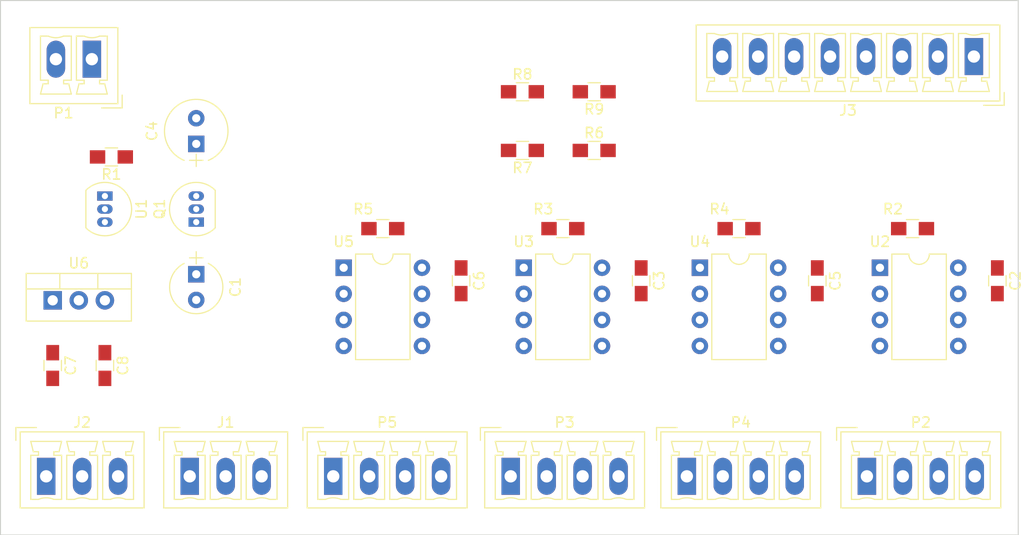
<source format=kicad_pcb>
(kicad_pcb (version 4) (host pcbnew 4.0.7)

  (general
    (links 78)
    (no_connects 78)
    (area 68.119999 112.314999 167.280001 164.485001)
    (thickness 1.6)
    (drawings 4)
    (tracks 0)
    (zones 0)
    (modules 32)
    (nets 30)
  )

  (page A4)
  (layers
    (0 F.Cu signal)
    (31 B.Cu signal)
    (32 B.Adhes user)
    (33 F.Adhes user)
    (34 B.Paste user)
    (35 F.Paste user)
    (36 B.SilkS user)
    (37 F.SilkS user)
    (38 B.Mask user)
    (39 F.Mask user)
    (40 Dwgs.User user)
    (41 Cmts.User user)
    (42 Eco1.User user)
    (43 Eco2.User user)
    (44 Edge.Cuts user)
    (45 Margin user)
    (46 B.CrtYd user hide)
    (47 F.CrtYd user)
    (48 B.Fab user)
    (49 F.Fab user)
  )

  (setup
    (last_trace_width 0.25)
    (trace_clearance 0.2)
    (zone_clearance 0.508)
    (zone_45_only no)
    (trace_min 0.2)
    (segment_width 0.2)
    (edge_width 0.1)
    (via_size 0.6)
    (via_drill 0.4)
    (via_min_size 0.4)
    (via_min_drill 0.3)
    (uvia_size 0.3)
    (uvia_drill 0.1)
    (uvias_allowed no)
    (uvia_min_size 0.2)
    (uvia_min_drill 0.1)
    (pcb_text_width 0.3)
    (pcb_text_size 1.5 1.5)
    (mod_edge_width 0.15)
    (mod_text_size 1 1)
    (mod_text_width 0.15)
    (pad_size 1.5 1.5)
    (pad_drill 0.6)
    (pad_to_mask_clearance 0)
    (aux_axis_origin 0 0)
    (grid_origin 143.1 63.47)
    (visible_elements FFFFFF7F)
    (pcbplotparams
      (layerselection 0x00030_80000001)
      (usegerberextensions false)
      (excludeedgelayer true)
      (linewidth 0.100000)
      (plotframeref false)
      (viasonmask false)
      (mode 1)
      (useauxorigin false)
      (hpglpennumber 1)
      (hpglpenspeed 20)
      (hpglpendiameter 15)
      (hpglpenoverlay 2)
      (psnegative false)
      (psa4output false)
      (plotreference true)
      (plotvalue true)
      (plotinvisibletext false)
      (padsonsilk false)
      (subtractmaskfromsilk false)
      (outputformat 1)
      (mirror false)
      (drillshape 1)
      (scaleselection 1)
      (outputdirectory ""))
  )

  (net 0 "")
  (net 1 +10V)
  (net 2 GND)
  (net 3 +16V)
  (net 4 +15V)
  (net 5 PRESSURE_1)
  (net 6 PRESSURE_2)
  (net 7 STRAIN_OUT_1)
  (net 8 STRAIN_OUT_2)
  (net 9 STRAIN_OUT_3)
  (net 10 STRAIN_OUT_4)
  (net 11 "Net-(P2-Pad1)")
  (net 12 "Net-(P2-Pad2)")
  (net 13 "Net-(P3-Pad1)")
  (net 14 "Net-(P3-Pad2)")
  (net 15 "Net-(P4-Pad1)")
  (net 16 "Net-(P4-Pad2)")
  (net 17 "Net-(P5-Pad1)")
  (net 18 "Net-(P5-Pad2)")
  (net 19 "Net-(R2-Pad1)")
  (net 20 "Net-(R2-Pad2)")
  (net 21 "Net-(R3-Pad1)")
  (net 22 "Net-(R3-Pad2)")
  (net 23 "Net-(R4-Pad1)")
  (net 24 "Net-(R4-Pad2)")
  (net 25 "Net-(R5-Pad1)")
  (net 26 "Net-(R5-Pad2)")
  (net 27 "Net-(Q1-Pad3)")
  (net 28 "Net-(J3-Pad7)")
  (net 29 "Net-(J3-Pad8)")

  (net_class Default "This is the default net class."
    (clearance 0.2)
    (trace_width 0.25)
    (via_dia 0.6)
    (via_drill 0.4)
    (uvia_dia 0.3)
    (uvia_drill 0.1)
    (add_net +10V)
    (add_net +15V)
    (add_net +16V)
    (add_net GND)
    (add_net "Net-(J3-Pad7)")
    (add_net "Net-(J3-Pad8)")
    (add_net "Net-(P2-Pad1)")
    (add_net "Net-(P2-Pad2)")
    (add_net "Net-(P3-Pad1)")
    (add_net "Net-(P3-Pad2)")
    (add_net "Net-(P4-Pad1)")
    (add_net "Net-(P4-Pad2)")
    (add_net "Net-(P5-Pad1)")
    (add_net "Net-(P5-Pad2)")
    (add_net "Net-(Q1-Pad3)")
    (add_net "Net-(R2-Pad1)")
    (add_net "Net-(R2-Pad2)")
    (add_net "Net-(R3-Pad1)")
    (add_net "Net-(R3-Pad2)")
    (add_net "Net-(R4-Pad1)")
    (add_net "Net-(R4-Pad2)")
    (add_net "Net-(R5-Pad1)")
    (add_net "Net-(R5-Pad2)")
    (add_net PRESSURE_1)
    (add_net PRESSURE_2)
    (add_net STRAIN_OUT_1)
    (add_net STRAIN_OUT_2)
    (add_net STRAIN_OUT_3)
    (add_net STRAIN_OUT_4)
  )

  (module Capacitors_SMD:C_0805_HandSoldering (layer F.Cu) (tedit 58AA84A8) (tstamp 5A31E30A)
    (at 165.198 139.67 270)
    (descr "Capacitor SMD 0805, hand soldering")
    (tags "capacitor 0805")
    (path /598FBD01)
    (attr smd)
    (fp_text reference C2 (at 0 -1.75 270) (layer F.SilkS)
      (effects (font (size 1 1) (thickness 0.15)))
    )
    (fp_text value 0.1uF (at 0 1.75 270) (layer F.Fab)
      (effects (font (size 1 1) (thickness 0.15)))
    )
    (fp_text user %R (at 0 -1.75 270) (layer F.Fab)
      (effects (font (size 1 1) (thickness 0.15)))
    )
    (fp_line (start -1 0.62) (end -1 -0.62) (layer F.Fab) (width 0.1))
    (fp_line (start 1 0.62) (end -1 0.62) (layer F.Fab) (width 0.1))
    (fp_line (start 1 -0.62) (end 1 0.62) (layer F.Fab) (width 0.1))
    (fp_line (start -1 -0.62) (end 1 -0.62) (layer F.Fab) (width 0.1))
    (fp_line (start 0.5 -0.85) (end -0.5 -0.85) (layer F.SilkS) (width 0.12))
    (fp_line (start -0.5 0.85) (end 0.5 0.85) (layer F.SilkS) (width 0.12))
    (fp_line (start -2.25 -0.88) (end 2.25 -0.88) (layer F.CrtYd) (width 0.05))
    (fp_line (start -2.25 -0.88) (end -2.25 0.87) (layer F.CrtYd) (width 0.05))
    (fp_line (start 2.25 0.87) (end 2.25 -0.88) (layer F.CrtYd) (width 0.05))
    (fp_line (start 2.25 0.87) (end -2.25 0.87) (layer F.CrtYd) (width 0.05))
    (pad 1 smd rect (at -1.25 0 270) (size 1.5 1.25) (layers F.Cu F.Paste F.Mask)
      (net 2 GND))
    (pad 2 smd rect (at 1.25 0 270) (size 1.5 1.25) (layers F.Cu F.Paste F.Mask)
      (net 3 +16V))
    (model Capacitors_SMD.3dshapes/C_0805.wrl
      (at (xyz 0 0 0))
      (scale (xyz 1 1 1))
      (rotate (xyz 0 0 0))
    )
  )

  (module Capacitors_SMD:C_0805_HandSoldering (layer F.Cu) (tedit 58AA84A8) (tstamp 5A31E31B)
    (at 130.527 139.67 270)
    (descr "Capacitor SMD 0805, hand soldering")
    (tags "capacitor 0805")
    (path /5A2C5E40)
    (attr smd)
    (fp_text reference C3 (at 0 -1.75 270) (layer F.SilkS)
      (effects (font (size 1 1) (thickness 0.15)))
    )
    (fp_text value 0.1uF (at 0 1.75 270) (layer F.Fab)
      (effects (font (size 1 1) (thickness 0.15)))
    )
    (fp_text user %R (at 0 -1.75 270) (layer F.Fab)
      (effects (font (size 1 1) (thickness 0.15)))
    )
    (fp_line (start -1 0.62) (end -1 -0.62) (layer F.Fab) (width 0.1))
    (fp_line (start 1 0.62) (end -1 0.62) (layer F.Fab) (width 0.1))
    (fp_line (start 1 -0.62) (end 1 0.62) (layer F.Fab) (width 0.1))
    (fp_line (start -1 -0.62) (end 1 -0.62) (layer F.Fab) (width 0.1))
    (fp_line (start 0.5 -0.85) (end -0.5 -0.85) (layer F.SilkS) (width 0.12))
    (fp_line (start -0.5 0.85) (end 0.5 0.85) (layer F.SilkS) (width 0.12))
    (fp_line (start -2.25 -0.88) (end 2.25 -0.88) (layer F.CrtYd) (width 0.05))
    (fp_line (start -2.25 -0.88) (end -2.25 0.87) (layer F.CrtYd) (width 0.05))
    (fp_line (start 2.25 0.87) (end 2.25 -0.88) (layer F.CrtYd) (width 0.05))
    (fp_line (start 2.25 0.87) (end -2.25 0.87) (layer F.CrtYd) (width 0.05))
    (pad 1 smd rect (at -1.25 0 270) (size 1.5 1.25) (layers F.Cu F.Paste F.Mask)
      (net 2 GND))
    (pad 2 smd rect (at 1.25 0 270) (size 1.5 1.25) (layers F.Cu F.Paste F.Mask)
      (net 3 +16V))
    (model Capacitors_SMD.3dshapes/C_0805.wrl
      (at (xyz 0 0 0))
      (scale (xyz 1 1 1))
      (rotate (xyz 0 0 0))
    )
  )

  (module Capacitors_SMD:C_0805_HandSoldering (layer F.Cu) (tedit 58AA84A8) (tstamp 5A31E33D)
    (at 147.672 139.67 270)
    (descr "Capacitor SMD 0805, hand soldering")
    (tags "capacitor 0805")
    (path /5A2C619E)
    (attr smd)
    (fp_text reference C5 (at 0 -1.75 270) (layer F.SilkS)
      (effects (font (size 1 1) (thickness 0.15)))
    )
    (fp_text value 0.1uF (at 0 1.75 270) (layer F.Fab)
      (effects (font (size 1 1) (thickness 0.15)))
    )
    (fp_text user %R (at 0 -1.75 270) (layer F.Fab)
      (effects (font (size 1 1) (thickness 0.15)))
    )
    (fp_line (start -1 0.62) (end -1 -0.62) (layer F.Fab) (width 0.1))
    (fp_line (start 1 0.62) (end -1 0.62) (layer F.Fab) (width 0.1))
    (fp_line (start 1 -0.62) (end 1 0.62) (layer F.Fab) (width 0.1))
    (fp_line (start -1 -0.62) (end 1 -0.62) (layer F.Fab) (width 0.1))
    (fp_line (start 0.5 -0.85) (end -0.5 -0.85) (layer F.SilkS) (width 0.12))
    (fp_line (start -0.5 0.85) (end 0.5 0.85) (layer F.SilkS) (width 0.12))
    (fp_line (start -2.25 -0.88) (end 2.25 -0.88) (layer F.CrtYd) (width 0.05))
    (fp_line (start -2.25 -0.88) (end -2.25 0.87) (layer F.CrtYd) (width 0.05))
    (fp_line (start 2.25 0.87) (end 2.25 -0.88) (layer F.CrtYd) (width 0.05))
    (fp_line (start 2.25 0.87) (end -2.25 0.87) (layer F.CrtYd) (width 0.05))
    (pad 1 smd rect (at -1.25 0 270) (size 1.5 1.25) (layers F.Cu F.Paste F.Mask)
      (net 2 GND))
    (pad 2 smd rect (at 1.25 0 270) (size 1.5 1.25) (layers F.Cu F.Paste F.Mask)
      (net 3 +16V))
    (model Capacitors_SMD.3dshapes/C_0805.wrl
      (at (xyz 0 0 0))
      (scale (xyz 1 1 1))
      (rotate (xyz 0 0 0))
    )
  )

  (module Capacitors_SMD:C_0805_HandSoldering (layer F.Cu) (tedit 58AA84A8) (tstamp 5A31E34E)
    (at 113.001 139.67 270)
    (descr "Capacitor SMD 0805, hand soldering")
    (tags "capacitor 0805")
    (path /5A2C6204)
    (attr smd)
    (fp_text reference C6 (at 0 -1.75 270) (layer F.SilkS)
      (effects (font (size 1 1) (thickness 0.15)))
    )
    (fp_text value 0.1uF (at 0 1.75 270) (layer F.Fab)
      (effects (font (size 1 1) (thickness 0.15)))
    )
    (fp_text user %R (at 0 -1.75 270) (layer F.Fab)
      (effects (font (size 1 1) (thickness 0.15)))
    )
    (fp_line (start -1 0.62) (end -1 -0.62) (layer F.Fab) (width 0.1))
    (fp_line (start 1 0.62) (end -1 0.62) (layer F.Fab) (width 0.1))
    (fp_line (start 1 -0.62) (end 1 0.62) (layer F.Fab) (width 0.1))
    (fp_line (start -1 -0.62) (end 1 -0.62) (layer F.Fab) (width 0.1))
    (fp_line (start 0.5 -0.85) (end -0.5 -0.85) (layer F.SilkS) (width 0.12))
    (fp_line (start -0.5 0.85) (end 0.5 0.85) (layer F.SilkS) (width 0.12))
    (fp_line (start -2.25 -0.88) (end 2.25 -0.88) (layer F.CrtYd) (width 0.05))
    (fp_line (start -2.25 -0.88) (end -2.25 0.87) (layer F.CrtYd) (width 0.05))
    (fp_line (start 2.25 0.87) (end 2.25 -0.88) (layer F.CrtYd) (width 0.05))
    (fp_line (start 2.25 0.87) (end -2.25 0.87) (layer F.CrtYd) (width 0.05))
    (pad 1 smd rect (at -1.25 0 270) (size 1.5 1.25) (layers F.Cu F.Paste F.Mask)
      (net 2 GND))
    (pad 2 smd rect (at 1.25 0 270) (size 1.5 1.25) (layers F.Cu F.Paste F.Mask)
      (net 3 +16V))
    (model Capacitors_SMD.3dshapes/C_0805.wrl
      (at (xyz 0 0 0))
      (scale (xyz 1 1 1))
      (rotate (xyz 0 0 0))
    )
  )

  (module Capacitors_SMD:C_0805_HandSoldering (layer F.Cu) (tedit 58AA84A8) (tstamp 5A31E35F)
    (at 73.25 147.925 270)
    (descr "Capacitor SMD 0805, hand soldering")
    (tags "capacitor 0805")
    (path /5A2C00F4)
    (attr smd)
    (fp_text reference C7 (at 0 -1.75 270) (layer F.SilkS)
      (effects (font (size 1 1) (thickness 0.15)))
    )
    (fp_text value "330 nF" (at 0 1.75 270) (layer F.Fab)
      (effects (font (size 1 1) (thickness 0.15)))
    )
    (fp_text user %R (at 0 -1.75 270) (layer F.Fab)
      (effects (font (size 1 1) (thickness 0.15)))
    )
    (fp_line (start -1 0.62) (end -1 -0.62) (layer F.Fab) (width 0.1))
    (fp_line (start 1 0.62) (end -1 0.62) (layer F.Fab) (width 0.1))
    (fp_line (start 1 -0.62) (end 1 0.62) (layer F.Fab) (width 0.1))
    (fp_line (start -1 -0.62) (end 1 -0.62) (layer F.Fab) (width 0.1))
    (fp_line (start 0.5 -0.85) (end -0.5 -0.85) (layer F.SilkS) (width 0.12))
    (fp_line (start -0.5 0.85) (end 0.5 0.85) (layer F.SilkS) (width 0.12))
    (fp_line (start -2.25 -0.88) (end 2.25 -0.88) (layer F.CrtYd) (width 0.05))
    (fp_line (start -2.25 -0.88) (end -2.25 0.87) (layer F.CrtYd) (width 0.05))
    (fp_line (start 2.25 0.87) (end 2.25 -0.88) (layer F.CrtYd) (width 0.05))
    (fp_line (start 2.25 0.87) (end -2.25 0.87) (layer F.CrtYd) (width 0.05))
    (pad 1 smd rect (at -1.25 0 270) (size 1.5 1.25) (layers F.Cu F.Paste F.Mask)
      (net 3 +16V))
    (pad 2 smd rect (at 1.25 0 270) (size 1.5 1.25) (layers F.Cu F.Paste F.Mask)
      (net 2 GND))
    (model Capacitors_SMD.3dshapes/C_0805.wrl
      (at (xyz 0 0 0))
      (scale (xyz 1 1 1))
      (rotate (xyz 0 0 0))
    )
  )

  (module Capacitors_SMD:C_0805_HandSoldering (layer F.Cu) (tedit 58AA84A8) (tstamp 5A31E370)
    (at 78.33 147.925 270)
    (descr "Capacitor SMD 0805, hand soldering")
    (tags "capacitor 0805")
    (path /5A2C0304)
    (attr smd)
    (fp_text reference C8 (at 0 -1.75 270) (layer F.SilkS)
      (effects (font (size 1 1) (thickness 0.15)))
    )
    (fp_text value "220 nF" (at 0 1.75 270) (layer F.Fab)
      (effects (font (size 1 1) (thickness 0.15)))
    )
    (fp_text user %R (at 0 -1.75 270) (layer F.Fab)
      (effects (font (size 1 1) (thickness 0.15)))
    )
    (fp_line (start -1 0.62) (end -1 -0.62) (layer F.Fab) (width 0.1))
    (fp_line (start 1 0.62) (end -1 0.62) (layer F.Fab) (width 0.1))
    (fp_line (start 1 -0.62) (end 1 0.62) (layer F.Fab) (width 0.1))
    (fp_line (start -1 -0.62) (end 1 -0.62) (layer F.Fab) (width 0.1))
    (fp_line (start 0.5 -0.85) (end -0.5 -0.85) (layer F.SilkS) (width 0.12))
    (fp_line (start -0.5 0.85) (end 0.5 0.85) (layer F.SilkS) (width 0.12))
    (fp_line (start -2.25 -0.88) (end 2.25 -0.88) (layer F.CrtYd) (width 0.05))
    (fp_line (start -2.25 -0.88) (end -2.25 0.87) (layer F.CrtYd) (width 0.05))
    (fp_line (start 2.25 0.87) (end 2.25 -0.88) (layer F.CrtYd) (width 0.05))
    (fp_line (start 2.25 0.87) (end -2.25 0.87) (layer F.CrtYd) (width 0.05))
    (pad 1 smd rect (at -1.25 0 270) (size 1.5 1.25) (layers F.Cu F.Paste F.Mask)
      (net 4 +15V))
    (pad 2 smd rect (at 1.25 0 270) (size 1.5 1.25) (layers F.Cu F.Paste F.Mask)
      (net 2 GND))
    (model Capacitors_SMD.3dshapes/C_0805.wrl
      (at (xyz 0 0 0))
      (scale (xyz 1 1 1))
      (rotate (xyz 0 0 0))
    )
  )

  (module TO_SOT_Packages_THT:TO-92_Inline_Narrow_Oval (layer F.Cu) (tedit 58CE52AF) (tstamp 5A31E43A)
    (at 87.22 133.955 90)
    (descr "TO-92 leads in-line, narrow, oval pads, drill 0.6mm (see NXP sot054_po.pdf)")
    (tags "to-92 sc-43 sc-43a sot54 PA33 transistor")
    (path /5A4D5BAD)
    (fp_text reference Q1 (at 1.27 -3.56 90) (layer F.SilkS)
      (effects (font (size 1 1) (thickness 0.15)))
    )
    (fp_text value BC640 (at 1.27 2.79 90) (layer F.Fab)
      (effects (font (size 1 1) (thickness 0.15)))
    )
    (fp_text user %R (at 1.27 -3.56 90) (layer F.Fab)
      (effects (font (size 1 1) (thickness 0.15)))
    )
    (fp_line (start -0.53 1.85) (end 3.07 1.85) (layer F.SilkS) (width 0.12))
    (fp_line (start -0.5 1.75) (end 3 1.75) (layer F.Fab) (width 0.1))
    (fp_line (start -1.46 -2.73) (end 4 -2.73) (layer F.CrtYd) (width 0.05))
    (fp_line (start -1.46 -2.73) (end -1.46 2.01) (layer F.CrtYd) (width 0.05))
    (fp_line (start 4 2.01) (end 4 -2.73) (layer F.CrtYd) (width 0.05))
    (fp_line (start 4 2.01) (end -1.46 2.01) (layer F.CrtYd) (width 0.05))
    (fp_arc (start 1.27 0) (end 1.27 -2.48) (angle 135) (layer F.Fab) (width 0.1))
    (fp_arc (start 1.27 0) (end 1.27 -2.6) (angle -135) (layer F.SilkS) (width 0.12))
    (fp_arc (start 1.27 0) (end 1.27 -2.48) (angle -135) (layer F.Fab) (width 0.1))
    (fp_arc (start 1.27 0) (end 1.27 -2.6) (angle 135) (layer F.SilkS) (width 0.12))
    (pad 2 thru_hole oval (at 1.27 0 270) (size 0.9 1.5) (drill 0.6) (layers *.Cu *.Mask)
      (net 3 +16V))
    (pad 3 thru_hole oval (at 2.54 0 270) (size 0.9 1.5) (drill 0.6) (layers *.Cu *.Mask)
      (net 27 "Net-(Q1-Pad3)"))
    (pad 1 thru_hole rect (at 0 0 270) (size 0.9 1.5) (drill 0.6) (layers *.Cu *.Mask)
      (net 1 +10V))
    (model ${KISYS3DMOD}/TO_SOT_Packages_THT.3dshapes/TO-92_Inline_Narrow_Oval.wrl
      (at (xyz 0.05 0 0))
      (scale (xyz 1 1 1))
      (rotate (xyz 0 0 -90))
    )
  )

  (module Resistors_SMD:R_0805_HandSoldering (layer F.Cu) (tedit 58E0A804) (tstamp 5A31E44B)
    (at 78.965 127.605 180)
    (descr "Resistor SMD 0805, hand soldering")
    (tags "resistor 0805")
    (path /598CACF6)
    (attr smd)
    (fp_text reference R1 (at 0 -1.7 180) (layer F.SilkS)
      (effects (font (size 1 1) (thickness 0.15)))
    )
    (fp_text value 220 (at 0 1.75 180) (layer F.Fab)
      (effects (font (size 1 1) (thickness 0.15)))
    )
    (fp_text user %R (at 0 0 180) (layer F.Fab)
      (effects (font (size 0.5 0.5) (thickness 0.075)))
    )
    (fp_line (start -1 0.62) (end -1 -0.62) (layer F.Fab) (width 0.1))
    (fp_line (start 1 0.62) (end -1 0.62) (layer F.Fab) (width 0.1))
    (fp_line (start 1 -0.62) (end 1 0.62) (layer F.Fab) (width 0.1))
    (fp_line (start -1 -0.62) (end 1 -0.62) (layer F.Fab) (width 0.1))
    (fp_line (start 0.6 0.88) (end -0.6 0.88) (layer F.SilkS) (width 0.12))
    (fp_line (start -0.6 -0.88) (end 0.6 -0.88) (layer F.SilkS) (width 0.12))
    (fp_line (start -2.35 -0.9) (end 2.35 -0.9) (layer F.CrtYd) (width 0.05))
    (fp_line (start -2.35 -0.9) (end -2.35 0.9) (layer F.CrtYd) (width 0.05))
    (fp_line (start 2.35 0.9) (end 2.35 -0.9) (layer F.CrtYd) (width 0.05))
    (fp_line (start 2.35 0.9) (end -2.35 0.9) (layer F.CrtYd) (width 0.05))
    (pad 1 smd rect (at -1.35 0 180) (size 1.5 1.3) (layers F.Cu F.Paste F.Mask)
      (net 3 +16V))
    (pad 2 smd rect (at 1.35 0 180) (size 1.5 1.3) (layers F.Cu F.Paste F.Mask)
      (net 27 "Net-(Q1-Pad3)"))
    (model ${KISYS3DMOD}/Resistors_SMD.3dshapes/R_0805.wrl
      (at (xyz 0 0 0))
      (scale (xyz 1 1 1))
      (rotate (xyz 0 0 0))
    )
  )

  (module Resistors_SMD:R_0805_HandSoldering (layer F.Cu) (tedit 5A4C23F8) (tstamp 5A31E45C)
    (at 156.943 134.59 180)
    (descr "Resistor SMD 0805, hand soldering")
    (tags "resistor 0805")
    (path /598FAFF9)
    (attr smd)
    (fp_text reference R2 (at 1.905 1.905 180) (layer F.SilkS)
      (effects (font (size 1 1) (thickness 0.15)))
    )
    (fp_text value R (at 0 1.75 180) (layer F.Fab)
      (effects (font (size 1 1) (thickness 0.15)))
    )
    (fp_text user %R (at 0 0 180) (layer F.Fab)
      (effects (font (size 0.5 0.5) (thickness 0.075)))
    )
    (fp_line (start -1 0.62) (end -1 -0.62) (layer F.Fab) (width 0.1))
    (fp_line (start 1 0.62) (end -1 0.62) (layer F.Fab) (width 0.1))
    (fp_line (start 1 -0.62) (end 1 0.62) (layer F.Fab) (width 0.1))
    (fp_line (start -1 -0.62) (end 1 -0.62) (layer F.Fab) (width 0.1))
    (fp_line (start 0.6 0.88) (end -0.6 0.88) (layer F.SilkS) (width 0.12))
    (fp_line (start -0.6 -0.88) (end 0.6 -0.88) (layer F.SilkS) (width 0.12))
    (fp_line (start -2.35 -0.9) (end 2.35 -0.9) (layer F.CrtYd) (width 0.05))
    (fp_line (start -2.35 -0.9) (end -2.35 0.9) (layer F.CrtYd) (width 0.05))
    (fp_line (start 2.35 0.9) (end 2.35 -0.9) (layer F.CrtYd) (width 0.05))
    (fp_line (start 2.35 0.9) (end -2.35 0.9) (layer F.CrtYd) (width 0.05))
    (pad 1 smd rect (at -1.35 0 180) (size 1.5 1.3) (layers F.Cu F.Paste F.Mask)
      (net 19 "Net-(R2-Pad1)"))
    (pad 2 smd rect (at 1.35 0 180) (size 1.5 1.3) (layers F.Cu F.Paste F.Mask)
      (net 20 "Net-(R2-Pad2)"))
    (model ${KISYS3DMOD}/Resistors_SMD.3dshapes/R_0805.wrl
      (at (xyz 0 0 0))
      (scale (xyz 1 1 1))
      (rotate (xyz 0 0 0))
    )
  )

  (module Resistors_SMD:R_0805_HandSoldering (layer F.Cu) (tedit 5A4C23EE) (tstamp 5A31E46D)
    (at 122.907 134.59 180)
    (descr "Resistor SMD 0805, hand soldering")
    (tags "resistor 0805")
    (path /5A2C5E15)
    (attr smd)
    (fp_text reference R3 (at 1.905 1.905 180) (layer F.SilkS)
      (effects (font (size 1 1) (thickness 0.15)))
    )
    (fp_text value R (at 0 1.75 180) (layer F.Fab)
      (effects (font (size 1 1) (thickness 0.15)))
    )
    (fp_text user %R (at 0 0 180) (layer F.Fab)
      (effects (font (size 0.5 0.5) (thickness 0.075)))
    )
    (fp_line (start -1 0.62) (end -1 -0.62) (layer F.Fab) (width 0.1))
    (fp_line (start 1 0.62) (end -1 0.62) (layer F.Fab) (width 0.1))
    (fp_line (start 1 -0.62) (end 1 0.62) (layer F.Fab) (width 0.1))
    (fp_line (start -1 -0.62) (end 1 -0.62) (layer F.Fab) (width 0.1))
    (fp_line (start 0.6 0.88) (end -0.6 0.88) (layer F.SilkS) (width 0.12))
    (fp_line (start -0.6 -0.88) (end 0.6 -0.88) (layer F.SilkS) (width 0.12))
    (fp_line (start -2.35 -0.9) (end 2.35 -0.9) (layer F.CrtYd) (width 0.05))
    (fp_line (start -2.35 -0.9) (end -2.35 0.9) (layer F.CrtYd) (width 0.05))
    (fp_line (start 2.35 0.9) (end 2.35 -0.9) (layer F.CrtYd) (width 0.05))
    (fp_line (start 2.35 0.9) (end -2.35 0.9) (layer F.CrtYd) (width 0.05))
    (pad 1 smd rect (at -1.35 0 180) (size 1.5 1.3) (layers F.Cu F.Paste F.Mask)
      (net 21 "Net-(R3-Pad1)"))
    (pad 2 smd rect (at 1.35 0 180) (size 1.5 1.3) (layers F.Cu F.Paste F.Mask)
      (net 22 "Net-(R3-Pad2)"))
    (model ${KISYS3DMOD}/Resistors_SMD.3dshapes/R_0805.wrl
      (at (xyz 0 0 0))
      (scale (xyz 1 1 1))
      (rotate (xyz 0 0 0))
    )
  )

  (module Resistors_SMD:R_0805_HandSoldering (layer F.Cu) (tedit 5A4C2452) (tstamp 5A31E47E)
    (at 140.052 134.59 180)
    (descr "Resistor SMD 0805, hand soldering")
    (tags "resistor 0805")
    (path /5A2C6173)
    (attr smd)
    (fp_text reference R4 (at 1.905 1.905 180) (layer F.SilkS)
      (effects (font (size 1 1) (thickness 0.15)))
    )
    (fp_text value R (at 0 1.75 180) (layer F.Fab)
      (effects (font (size 1 1) (thickness 0.15)))
    )
    (fp_text user %R (at 0 0 180) (layer F.Fab)
      (effects (font (size 0.5 0.5) (thickness 0.075)))
    )
    (fp_line (start -1 0.62) (end -1 -0.62) (layer F.Fab) (width 0.1))
    (fp_line (start 1 0.62) (end -1 0.62) (layer F.Fab) (width 0.1))
    (fp_line (start 1 -0.62) (end 1 0.62) (layer F.Fab) (width 0.1))
    (fp_line (start -1 -0.62) (end 1 -0.62) (layer F.Fab) (width 0.1))
    (fp_line (start 0.6 0.88) (end -0.6 0.88) (layer F.SilkS) (width 0.12))
    (fp_line (start -0.6 -0.88) (end 0.6 -0.88) (layer F.SilkS) (width 0.12))
    (fp_line (start -2.35 -0.9) (end 2.35 -0.9) (layer F.CrtYd) (width 0.05))
    (fp_line (start -2.35 -0.9) (end -2.35 0.9) (layer F.CrtYd) (width 0.05))
    (fp_line (start 2.35 0.9) (end 2.35 -0.9) (layer F.CrtYd) (width 0.05))
    (fp_line (start 2.35 0.9) (end -2.35 0.9) (layer F.CrtYd) (width 0.05))
    (pad 1 smd rect (at -1.35 0 180) (size 1.5 1.3) (layers F.Cu F.Paste F.Mask)
      (net 23 "Net-(R4-Pad1)"))
    (pad 2 smd rect (at 1.35 0 180) (size 1.5 1.3) (layers F.Cu F.Paste F.Mask)
      (net 24 "Net-(R4-Pad2)"))
    (model ${KISYS3DMOD}/Resistors_SMD.3dshapes/R_0805.wrl
      (at (xyz 0 0 0))
      (scale (xyz 1 1 1))
      (rotate (xyz 0 0 0))
    )
  )

  (module Resistors_SMD:R_0805_HandSoldering (layer F.Cu) (tedit 5A4C24A3) (tstamp 5A31E48F)
    (at 105.381 134.59 180)
    (descr "Resistor SMD 0805, hand soldering")
    (tags "resistor 0805")
    (path /5A2C61D9)
    (attr smd)
    (fp_text reference R5 (at 1.905 1.905 180) (layer F.SilkS)
      (effects (font (size 1 1) (thickness 0.15)))
    )
    (fp_text value R (at 0 1.75 180) (layer F.Fab)
      (effects (font (size 1 1) (thickness 0.15)))
    )
    (fp_text user %R (at 0 0 180) (layer F.Fab)
      (effects (font (size 0.5 0.5) (thickness 0.075)))
    )
    (fp_line (start -1 0.62) (end -1 -0.62) (layer F.Fab) (width 0.1))
    (fp_line (start 1 0.62) (end -1 0.62) (layer F.Fab) (width 0.1))
    (fp_line (start 1 -0.62) (end 1 0.62) (layer F.Fab) (width 0.1))
    (fp_line (start -1 -0.62) (end 1 -0.62) (layer F.Fab) (width 0.1))
    (fp_line (start 0.6 0.88) (end -0.6 0.88) (layer F.SilkS) (width 0.12))
    (fp_line (start -0.6 -0.88) (end 0.6 -0.88) (layer F.SilkS) (width 0.12))
    (fp_line (start -2.35 -0.9) (end 2.35 -0.9) (layer F.CrtYd) (width 0.05))
    (fp_line (start -2.35 -0.9) (end -2.35 0.9) (layer F.CrtYd) (width 0.05))
    (fp_line (start 2.35 0.9) (end 2.35 -0.9) (layer F.CrtYd) (width 0.05))
    (fp_line (start 2.35 0.9) (end -2.35 0.9) (layer F.CrtYd) (width 0.05))
    (pad 1 smd rect (at -1.35 0 180) (size 1.5 1.3) (layers F.Cu F.Paste F.Mask)
      (net 25 "Net-(R5-Pad1)"))
    (pad 2 smd rect (at 1.35 0 180) (size 1.5 1.3) (layers F.Cu F.Paste F.Mask)
      (net 26 "Net-(R5-Pad2)"))
    (model ${KISYS3DMOD}/Resistors_SMD.3dshapes/R_0805.wrl
      (at (xyz 0 0 0))
      (scale (xyz 1 1 1))
      (rotate (xyz 0 0 0))
    )
  )

  (module Housings_DIP:DIP-8_W7.62mm (layer F.Cu) (tedit 5A4C2407) (tstamp 5A31E4AB)
    (at 153.768 138.4)
    (descr "8-lead though-hole mounted DIP package, row spacing 7.62 mm (300 mils)")
    (tags "THT DIP DIL PDIP 2.54mm 7.62mm 300mil")
    (path /5A2C1363)
    (fp_text reference U2 (at 0 -2.54) (layer F.SilkS)
      (effects (font (size 1 1) (thickness 0.15)))
    )
    (fp_text value INA126 (at 3.81 9.95) (layer F.Fab)
      (effects (font (size 1 1) (thickness 0.15)))
    )
    (fp_arc (start 3.81 -1.33) (end 2.81 -1.33) (angle -180) (layer F.SilkS) (width 0.12))
    (fp_line (start 1.635 -1.27) (end 6.985 -1.27) (layer F.Fab) (width 0.1))
    (fp_line (start 6.985 -1.27) (end 6.985 8.89) (layer F.Fab) (width 0.1))
    (fp_line (start 6.985 8.89) (end 0.635 8.89) (layer F.Fab) (width 0.1))
    (fp_line (start 0.635 8.89) (end 0.635 -0.27) (layer F.Fab) (width 0.1))
    (fp_line (start 0.635 -0.27) (end 1.635 -1.27) (layer F.Fab) (width 0.1))
    (fp_line (start 2.81 -1.33) (end 1.16 -1.33) (layer F.SilkS) (width 0.12))
    (fp_line (start 1.16 -1.33) (end 1.16 8.95) (layer F.SilkS) (width 0.12))
    (fp_line (start 1.16 8.95) (end 6.46 8.95) (layer F.SilkS) (width 0.12))
    (fp_line (start 6.46 8.95) (end 6.46 -1.33) (layer F.SilkS) (width 0.12))
    (fp_line (start 6.46 -1.33) (end 4.81 -1.33) (layer F.SilkS) (width 0.12))
    (fp_line (start -1.1 -1.55) (end -1.1 9.15) (layer F.CrtYd) (width 0.05))
    (fp_line (start -1.1 9.15) (end 8.7 9.15) (layer F.CrtYd) (width 0.05))
    (fp_line (start 8.7 9.15) (end 8.7 -1.55) (layer F.CrtYd) (width 0.05))
    (fp_line (start 8.7 -1.55) (end -1.1 -1.55) (layer F.CrtYd) (width 0.05))
    (fp_text user %R (at 3.81 3.81) (layer F.Fab)
      (effects (font (size 1 1) (thickness 0.15)))
    )
    (pad 1 thru_hole rect (at 0 0) (size 1.6 1.6) (drill 0.8) (layers *.Cu *.Mask)
      (net 20 "Net-(R2-Pad2)"))
    (pad 5 thru_hole oval (at 7.62 7.62) (size 1.6 1.6) (drill 0.8) (layers *.Cu *.Mask)
      (net 2 GND))
    (pad 2 thru_hole oval (at 0 2.54) (size 1.6 1.6) (drill 0.8) (layers *.Cu *.Mask)
      (net 12 "Net-(P2-Pad2)"))
    (pad 6 thru_hole oval (at 7.62 5.08) (size 1.6 1.6) (drill 0.8) (layers *.Cu *.Mask)
      (net 7 STRAIN_OUT_1))
    (pad 3 thru_hole oval (at 0 5.08) (size 1.6 1.6) (drill 0.8) (layers *.Cu *.Mask)
      (net 11 "Net-(P2-Pad1)"))
    (pad 7 thru_hole oval (at 7.62 2.54) (size 1.6 1.6) (drill 0.8) (layers *.Cu *.Mask)
      (net 3 +16V))
    (pad 4 thru_hole oval (at 0 7.62) (size 1.6 1.6) (drill 0.8) (layers *.Cu *.Mask)
      (net 2 GND))
    (pad 8 thru_hole oval (at 7.62 0) (size 1.6 1.6) (drill 0.8) (layers *.Cu *.Mask)
      (net 19 "Net-(R2-Pad1)"))
    (model ${KISYS3DMOD}/Housings_DIP.3dshapes/DIP-8_W7.62mm.wrl
      (at (xyz 0 0 0))
      (scale (xyz 1 1 1))
      (rotate (xyz 0 0 0))
    )
  )

  (module Housings_DIP:DIP-8_W7.62mm (layer F.Cu) (tedit 5A4C240A) (tstamp 5A31E4C7)
    (at 119.097 138.4)
    (descr "8-lead though-hole mounted DIP package, row spacing 7.62 mm (300 mils)")
    (tags "THT DIP DIL PDIP 2.54mm 7.62mm 300mil")
    (path /5A2C5E58)
    (fp_text reference U3 (at 0 -2.54) (layer F.SilkS)
      (effects (font (size 1 1) (thickness 0.15)))
    )
    (fp_text value INA126 (at 3.81 9.95) (layer F.Fab)
      (effects (font (size 1 1) (thickness 0.15)))
    )
    (fp_arc (start 3.81 -1.33) (end 2.81 -1.33) (angle -180) (layer F.SilkS) (width 0.12))
    (fp_line (start 1.635 -1.27) (end 6.985 -1.27) (layer F.Fab) (width 0.1))
    (fp_line (start 6.985 -1.27) (end 6.985 8.89) (layer F.Fab) (width 0.1))
    (fp_line (start 6.985 8.89) (end 0.635 8.89) (layer F.Fab) (width 0.1))
    (fp_line (start 0.635 8.89) (end 0.635 -0.27) (layer F.Fab) (width 0.1))
    (fp_line (start 0.635 -0.27) (end 1.635 -1.27) (layer F.Fab) (width 0.1))
    (fp_line (start 2.81 -1.33) (end 1.16 -1.33) (layer F.SilkS) (width 0.12))
    (fp_line (start 1.16 -1.33) (end 1.16 8.95) (layer F.SilkS) (width 0.12))
    (fp_line (start 1.16 8.95) (end 6.46 8.95) (layer F.SilkS) (width 0.12))
    (fp_line (start 6.46 8.95) (end 6.46 -1.33) (layer F.SilkS) (width 0.12))
    (fp_line (start 6.46 -1.33) (end 4.81 -1.33) (layer F.SilkS) (width 0.12))
    (fp_line (start -1.1 -1.55) (end -1.1 9.15) (layer F.CrtYd) (width 0.05))
    (fp_line (start -1.1 9.15) (end 8.7 9.15) (layer F.CrtYd) (width 0.05))
    (fp_line (start 8.7 9.15) (end 8.7 -1.55) (layer F.CrtYd) (width 0.05))
    (fp_line (start 8.7 -1.55) (end -1.1 -1.55) (layer F.CrtYd) (width 0.05))
    (fp_text user %R (at 3.81 3.81) (layer F.Fab)
      (effects (font (size 1 1) (thickness 0.15)))
    )
    (pad 1 thru_hole rect (at 0 0) (size 1.6 1.6) (drill 0.8) (layers *.Cu *.Mask)
      (net 22 "Net-(R3-Pad2)"))
    (pad 5 thru_hole oval (at 7.62 7.62) (size 1.6 1.6) (drill 0.8) (layers *.Cu *.Mask)
      (net 2 GND))
    (pad 2 thru_hole oval (at 0 2.54) (size 1.6 1.6) (drill 0.8) (layers *.Cu *.Mask)
      (net 14 "Net-(P3-Pad2)"))
    (pad 6 thru_hole oval (at 7.62 5.08) (size 1.6 1.6) (drill 0.8) (layers *.Cu *.Mask)
      (net 9 STRAIN_OUT_3))
    (pad 3 thru_hole oval (at 0 5.08) (size 1.6 1.6) (drill 0.8) (layers *.Cu *.Mask)
      (net 13 "Net-(P3-Pad1)"))
    (pad 7 thru_hole oval (at 7.62 2.54) (size 1.6 1.6) (drill 0.8) (layers *.Cu *.Mask)
      (net 3 +16V))
    (pad 4 thru_hole oval (at 0 7.62) (size 1.6 1.6) (drill 0.8) (layers *.Cu *.Mask)
      (net 2 GND))
    (pad 8 thru_hole oval (at 7.62 0) (size 1.6 1.6) (drill 0.8) (layers *.Cu *.Mask)
      (net 21 "Net-(R3-Pad1)"))
    (model ${KISYS3DMOD}/Housings_DIP.3dshapes/DIP-8_W7.62mm.wrl
      (at (xyz 0 0 0))
      (scale (xyz 1 1 1))
      (rotate (xyz 0 0 0))
    )
  )

  (module Housings_DIP:DIP-8_W7.62mm (layer F.Cu) (tedit 5A4C2456) (tstamp 5A31E4E3)
    (at 136.242 138.4)
    (descr "8-lead though-hole mounted DIP package, row spacing 7.62 mm (300 mils)")
    (tags "THT DIP DIL PDIP 2.54mm 7.62mm 300mil")
    (path /5A2C61B6)
    (fp_text reference U4 (at 0 -2.54) (layer F.SilkS)
      (effects (font (size 1 1) (thickness 0.15)))
    )
    (fp_text value INA126 (at 3.81 9.95) (layer F.Fab)
      (effects (font (size 1 1) (thickness 0.15)))
    )
    (fp_arc (start 3.81 -1.33) (end 2.81 -1.33) (angle -180) (layer F.SilkS) (width 0.12))
    (fp_line (start 1.635 -1.27) (end 6.985 -1.27) (layer F.Fab) (width 0.1))
    (fp_line (start 6.985 -1.27) (end 6.985 8.89) (layer F.Fab) (width 0.1))
    (fp_line (start 6.985 8.89) (end 0.635 8.89) (layer F.Fab) (width 0.1))
    (fp_line (start 0.635 8.89) (end 0.635 -0.27) (layer F.Fab) (width 0.1))
    (fp_line (start 0.635 -0.27) (end 1.635 -1.27) (layer F.Fab) (width 0.1))
    (fp_line (start 2.81 -1.33) (end 1.16 -1.33) (layer F.SilkS) (width 0.12))
    (fp_line (start 1.16 -1.33) (end 1.16 8.95) (layer F.SilkS) (width 0.12))
    (fp_line (start 1.16 8.95) (end 6.46 8.95) (layer F.SilkS) (width 0.12))
    (fp_line (start 6.46 8.95) (end 6.46 -1.33) (layer F.SilkS) (width 0.12))
    (fp_line (start 6.46 -1.33) (end 4.81 -1.33) (layer F.SilkS) (width 0.12))
    (fp_line (start -1.1 -1.55) (end -1.1 9.15) (layer F.CrtYd) (width 0.05))
    (fp_line (start -1.1 9.15) (end 8.7 9.15) (layer F.CrtYd) (width 0.05))
    (fp_line (start 8.7 9.15) (end 8.7 -1.55) (layer F.CrtYd) (width 0.05))
    (fp_line (start 8.7 -1.55) (end -1.1 -1.55) (layer F.CrtYd) (width 0.05))
    (fp_text user %R (at 3.81 3.81) (layer F.Fab)
      (effects (font (size 1 1) (thickness 0.15)))
    )
    (pad 1 thru_hole rect (at 0 0) (size 1.6 1.6) (drill 0.8) (layers *.Cu *.Mask)
      (net 24 "Net-(R4-Pad2)"))
    (pad 5 thru_hole oval (at 7.62 7.62) (size 1.6 1.6) (drill 0.8) (layers *.Cu *.Mask)
      (net 2 GND))
    (pad 2 thru_hole oval (at 0 2.54) (size 1.6 1.6) (drill 0.8) (layers *.Cu *.Mask)
      (net 16 "Net-(P4-Pad2)"))
    (pad 6 thru_hole oval (at 7.62 5.08) (size 1.6 1.6) (drill 0.8) (layers *.Cu *.Mask)
      (net 8 STRAIN_OUT_2))
    (pad 3 thru_hole oval (at 0 5.08) (size 1.6 1.6) (drill 0.8) (layers *.Cu *.Mask)
      (net 15 "Net-(P4-Pad1)"))
    (pad 7 thru_hole oval (at 7.62 2.54) (size 1.6 1.6) (drill 0.8) (layers *.Cu *.Mask)
      (net 3 +16V))
    (pad 4 thru_hole oval (at 0 7.62) (size 1.6 1.6) (drill 0.8) (layers *.Cu *.Mask)
      (net 2 GND))
    (pad 8 thru_hole oval (at 7.62 0) (size 1.6 1.6) (drill 0.8) (layers *.Cu *.Mask)
      (net 23 "Net-(R4-Pad1)"))
    (model ${KISYS3DMOD}/Housings_DIP.3dshapes/DIP-8_W7.62mm.wrl
      (at (xyz 0 0 0))
      (scale (xyz 1 1 1))
      (rotate (xyz 0 0 0))
    )
  )

  (module Housings_DIP:DIP-8_W7.62mm (layer F.Cu) (tedit 5A4C24A7) (tstamp 5A31E4FF)
    (at 101.571 138.4)
    (descr "8-lead though-hole mounted DIP package, row spacing 7.62 mm (300 mils)")
    (tags "THT DIP DIL PDIP 2.54mm 7.62mm 300mil")
    (path /5A2C621C)
    (fp_text reference U5 (at 0 -2.54) (layer F.SilkS)
      (effects (font (size 1 1) (thickness 0.15)))
    )
    (fp_text value INA126 (at 3.81 9.95) (layer F.Fab)
      (effects (font (size 1 1) (thickness 0.15)))
    )
    (fp_arc (start 3.81 -1.33) (end 2.81 -1.33) (angle -180) (layer F.SilkS) (width 0.12))
    (fp_line (start 1.635 -1.27) (end 6.985 -1.27) (layer F.Fab) (width 0.1))
    (fp_line (start 6.985 -1.27) (end 6.985 8.89) (layer F.Fab) (width 0.1))
    (fp_line (start 6.985 8.89) (end 0.635 8.89) (layer F.Fab) (width 0.1))
    (fp_line (start 0.635 8.89) (end 0.635 -0.27) (layer F.Fab) (width 0.1))
    (fp_line (start 0.635 -0.27) (end 1.635 -1.27) (layer F.Fab) (width 0.1))
    (fp_line (start 2.81 -1.33) (end 1.16 -1.33) (layer F.SilkS) (width 0.12))
    (fp_line (start 1.16 -1.33) (end 1.16 8.95) (layer F.SilkS) (width 0.12))
    (fp_line (start 1.16 8.95) (end 6.46 8.95) (layer F.SilkS) (width 0.12))
    (fp_line (start 6.46 8.95) (end 6.46 -1.33) (layer F.SilkS) (width 0.12))
    (fp_line (start 6.46 -1.33) (end 4.81 -1.33) (layer F.SilkS) (width 0.12))
    (fp_line (start -1.1 -1.55) (end -1.1 9.15) (layer F.CrtYd) (width 0.05))
    (fp_line (start -1.1 9.15) (end 8.7 9.15) (layer F.CrtYd) (width 0.05))
    (fp_line (start 8.7 9.15) (end 8.7 -1.55) (layer F.CrtYd) (width 0.05))
    (fp_line (start 8.7 -1.55) (end -1.1 -1.55) (layer F.CrtYd) (width 0.05))
    (fp_text user %R (at 3.81 3.81) (layer F.Fab)
      (effects (font (size 1 1) (thickness 0.15)))
    )
    (pad 1 thru_hole rect (at 0 0) (size 1.6 1.6) (drill 0.8) (layers *.Cu *.Mask)
      (net 26 "Net-(R5-Pad2)"))
    (pad 5 thru_hole oval (at 7.62 7.62) (size 1.6 1.6) (drill 0.8) (layers *.Cu *.Mask)
      (net 2 GND))
    (pad 2 thru_hole oval (at 0 2.54) (size 1.6 1.6) (drill 0.8) (layers *.Cu *.Mask)
      (net 18 "Net-(P5-Pad2)"))
    (pad 6 thru_hole oval (at 7.62 5.08) (size 1.6 1.6) (drill 0.8) (layers *.Cu *.Mask)
      (net 10 STRAIN_OUT_4))
    (pad 3 thru_hole oval (at 0 5.08) (size 1.6 1.6) (drill 0.8) (layers *.Cu *.Mask)
      (net 17 "Net-(P5-Pad1)"))
    (pad 7 thru_hole oval (at 7.62 2.54) (size 1.6 1.6) (drill 0.8) (layers *.Cu *.Mask)
      (net 3 +16V))
    (pad 4 thru_hole oval (at 0 7.62) (size 1.6 1.6) (drill 0.8) (layers *.Cu *.Mask)
      (net 2 GND))
    (pad 8 thru_hole oval (at 7.62 0) (size 1.6 1.6) (drill 0.8) (layers *.Cu *.Mask)
      (net 25 "Net-(R5-Pad1)"))
    (model ${KISYS3DMOD}/Housings_DIP.3dshapes/DIP-8_W7.62mm.wrl
      (at (xyz 0 0 0))
      (scale (xyz 1 1 1))
      (rotate (xyz 0 0 0))
    )
  )

  (module TO_SOT_Packages_THT:TO-92_Inline_Narrow_Oval (layer F.Cu) (tedit 58CE52AF) (tstamp 5A31E8FB)
    (at 78.33 131.415 270)
    (descr "TO-92 leads in-line, narrow, oval pads, drill 0.6mm (see NXP sot054_po.pdf)")
    (tags "to-92 sc-43 sc-43a sot54 PA33 transistor")
    (path /5A31C896)
    (fp_text reference U1 (at 1.27 -3.56 270) (layer F.SilkS)
      (effects (font (size 1 1) (thickness 0.15)))
    )
    (fp_text value LT1460-10 (at 1.27 2.79 270) (layer F.Fab)
      (effects (font (size 1 1) (thickness 0.15)))
    )
    (fp_text user %R (at 1.27 -3.56 270) (layer F.Fab)
      (effects (font (size 1 1) (thickness 0.15)))
    )
    (fp_line (start -0.53 1.85) (end 3.07 1.85) (layer F.SilkS) (width 0.12))
    (fp_line (start -0.5 1.75) (end 3 1.75) (layer F.Fab) (width 0.1))
    (fp_line (start -1.46 -2.73) (end 4 -2.73) (layer F.CrtYd) (width 0.05))
    (fp_line (start -1.46 -2.73) (end -1.46 2.01) (layer F.CrtYd) (width 0.05))
    (fp_line (start 4 2.01) (end 4 -2.73) (layer F.CrtYd) (width 0.05))
    (fp_line (start 4 2.01) (end -1.46 2.01) (layer F.CrtYd) (width 0.05))
    (fp_arc (start 1.27 0) (end 1.27 -2.48) (angle 135) (layer F.Fab) (width 0.1))
    (fp_arc (start 1.27 0) (end 1.27 -2.6) (angle -135) (layer F.SilkS) (width 0.12))
    (fp_arc (start 1.27 0) (end 1.27 -2.48) (angle -135) (layer F.Fab) (width 0.1))
    (fp_arc (start 1.27 0) (end 1.27 -2.6) (angle 135) (layer F.SilkS) (width 0.12))
    (pad 2 thru_hole oval (at 1.27 0 90) (size 0.9 1.5) (drill 0.6) (layers *.Cu *.Mask)
      (net 1 +10V))
    (pad 3 thru_hole oval (at 2.54 0 90) (size 0.9 1.5) (drill 0.6) (layers *.Cu *.Mask)
      (net 2 GND))
    (pad 1 thru_hole rect (at 0 0 90) (size 0.9 1.5) (drill 0.6) (layers *.Cu *.Mask)
      (net 27 "Net-(Q1-Pad3)"))
    (model ${KISYS3DMOD}/TO_SOT_Packages_THT.3dshapes/TO-92_Inline_Narrow_Oval.wrl
      (at (xyz 0.05 0 0))
      (scale (xyz 1 1 1))
      (rotate (xyz 0 0 -90))
    )
  )

  (module Capacitors_ThroughHole:CP_Radial_Tantal_D5.0mm_P2.50mm (layer F.Cu) (tedit 597C781B) (tstamp 5A348DE6)
    (at 87.22 139.035 270)
    (descr "CP, Radial_Tantal series, Radial, pin pitch=2.50mm, , diameter=5.0mm, Tantal Electrolytic Capacitor, http://cdn-reichelt.de/documents/datenblatt/B300/TANTAL-TB-Serie%23.pdf")
    (tags "CP Radial_Tantal series Radial pin pitch 2.50mm  diameter 5.0mm Tantal Electrolytic Capacitor")
    (path /598CB04D)
    (fp_text reference C1 (at 1.25 -3.81 270) (layer F.SilkS)
      (effects (font (size 1 1) (thickness 0.15)))
    )
    (fp_text value 2uF (at 1.25 3.81 270) (layer F.Fab)
      (effects (font (size 1 1) (thickness 0.15)))
    )
    (fp_arc (start 1.25 0) (end -1.05558 -1.18) (angle 125.8) (layer F.SilkS) (width 0.12))
    (fp_arc (start 1.25 0) (end -1.05558 1.18) (angle -125.8) (layer F.SilkS) (width 0.12))
    (fp_arc (start 1.25 0) (end 3.55558 -1.18) (angle 54.2) (layer F.SilkS) (width 0.12))
    (fp_circle (center 1.25 0) (end 3.75 0) (layer F.Fab) (width 0.1))
    (fp_line (start -2.2 0) (end -1 0) (layer F.Fab) (width 0.1))
    (fp_line (start -1.6 -0.65) (end -1.6 0.65) (layer F.Fab) (width 0.1))
    (fp_line (start -2.2 0) (end -1 0) (layer F.SilkS) (width 0.12))
    (fp_line (start -1.6 -0.65) (end -1.6 0.65) (layer F.SilkS) (width 0.12))
    (fp_line (start -1.6 -2.85) (end -1.6 2.85) (layer F.CrtYd) (width 0.05))
    (fp_line (start -1.6 2.85) (end 4.1 2.85) (layer F.CrtYd) (width 0.05))
    (fp_line (start 4.1 2.85) (end 4.1 -2.85) (layer F.CrtYd) (width 0.05))
    (fp_line (start 4.1 -2.85) (end -1.6 -2.85) (layer F.CrtYd) (width 0.05))
    (fp_text user %R (at 1.25 0 270) (layer F.Fab)
      (effects (font (size 1 1) (thickness 0.15)))
    )
    (pad 1 thru_hole rect (at 0 0 270) (size 1.6 1.6) (drill 0.8) (layers *.Cu *.Mask)
      (net 1 +10V))
    (pad 2 thru_hole circle (at 2.5 0 270) (size 1.6 1.6) (drill 0.8) (layers *.Cu *.Mask)
      (net 2 GND))
    (model ${KISYS3DMOD}/Capacitors_THT.3dshapes/CP_Radial_Tantal_D5.0mm_P2.50mm.wrl
      (at (xyz 0 0 0))
      (scale (xyz 1 1 1))
      (rotate (xyz 0 0 0))
    )
  )

  (module Capacitors_ThroughHole:CP_Radial_Tantal_D6.0mm_P2.50mm (layer F.Cu) (tedit 597C781B) (tstamp 5A348DEB)
    (at 87.22 126.335 90)
    (descr "CP, Radial_Tantal series, Radial, pin pitch=2.50mm, , diameter=6.0mm, Tantal Electrolytic Capacitor, http://cdn-reichelt.de/documents/datenblatt/B300/TANTAL-TB-Serie%23.pdf")
    (tags "CP Radial_Tantal series Radial pin pitch 2.50mm  diameter 6.0mm Tantal Electrolytic Capacitor")
    (path /598CB299)
    (fp_text reference C4 (at 1.25 -4.31 90) (layer F.SilkS)
      (effects (font (size 1 1) (thickness 0.15)))
    )
    (fp_text value 47uF (at 1.25 4.31 90) (layer F.Fab)
      (effects (font (size 1 1) (thickness 0.15)))
    )
    (fp_arc (start 1.25 0) (end -1.605819 -1.18) (angle 135.1) (layer F.SilkS) (width 0.12))
    (fp_arc (start 1.25 0) (end -1.605819 1.18) (angle -135.1) (layer F.SilkS) (width 0.12))
    (fp_arc (start 1.25 0) (end 4.105819 -1.18) (angle 44.9) (layer F.SilkS) (width 0.12))
    (fp_circle (center 1.25 0) (end 4.25 0) (layer F.Fab) (width 0.1))
    (fp_line (start -2.2 0) (end -1 0) (layer F.Fab) (width 0.1))
    (fp_line (start -1.6 -0.65) (end -1.6 0.65) (layer F.Fab) (width 0.1))
    (fp_line (start -2.2 0) (end -1 0) (layer F.SilkS) (width 0.12))
    (fp_line (start -1.6 -0.65) (end -1.6 0.65) (layer F.SilkS) (width 0.12))
    (fp_line (start -2.1 -3.35) (end -2.1 3.35) (layer F.CrtYd) (width 0.05))
    (fp_line (start -2.1 3.35) (end 4.6 3.35) (layer F.CrtYd) (width 0.05))
    (fp_line (start 4.6 3.35) (end 4.6 -3.35) (layer F.CrtYd) (width 0.05))
    (fp_line (start 4.6 -3.35) (end -2.1 -3.35) (layer F.CrtYd) (width 0.05))
    (fp_text user %R (at 1.25 0 90) (layer F.Fab)
      (effects (font (size 1 1) (thickness 0.15)))
    )
    (pad 1 thru_hole rect (at 0 0 90) (size 1.6 1.6) (drill 0.8) (layers *.Cu *.Mask)
      (net 3 +16V))
    (pad 2 thru_hole circle (at 2.5 0 90) (size 1.6 1.6) (drill 0.8) (layers *.Cu *.Mask)
      (net 2 GND))
    (model ${KISYS3DMOD}/Capacitors_THT.3dshapes/CP_Radial_Tantal_D6.0mm_P2.50mm.wrl
      (at (xyz 0 0 0))
      (scale (xyz 1 1 1))
      (rotate (xyz 0 0 0))
    )
  )

  (module Resistors_SMD:R_0805_HandSoldering (layer F.Cu) (tedit 58E0A804) (tstamp 5A4C23B5)
    (at 125.955 126.97)
    (descr "Resistor SMD 0805, hand soldering")
    (tags "resistor 0805")
    (path /5A4C19DA)
    (attr smd)
    (fp_text reference R6 (at 0 -1.7) (layer F.SilkS)
      (effects (font (size 1 1) (thickness 0.15)))
    )
    (fp_text value 10K (at 0 1.75) (layer F.Fab)
      (effects (font (size 1 1) (thickness 0.15)))
    )
    (fp_text user %R (at 0 0) (layer F.Fab)
      (effects (font (size 0.5 0.5) (thickness 0.075)))
    )
    (fp_line (start -1 0.62) (end -1 -0.62) (layer F.Fab) (width 0.1))
    (fp_line (start 1 0.62) (end -1 0.62) (layer F.Fab) (width 0.1))
    (fp_line (start 1 -0.62) (end 1 0.62) (layer F.Fab) (width 0.1))
    (fp_line (start -1 -0.62) (end 1 -0.62) (layer F.Fab) (width 0.1))
    (fp_line (start 0.6 0.88) (end -0.6 0.88) (layer F.SilkS) (width 0.12))
    (fp_line (start -0.6 -0.88) (end 0.6 -0.88) (layer F.SilkS) (width 0.12))
    (fp_line (start -2.35 -0.9) (end 2.35 -0.9) (layer F.CrtYd) (width 0.05))
    (fp_line (start -2.35 -0.9) (end -2.35 0.9) (layer F.CrtYd) (width 0.05))
    (fp_line (start 2.35 0.9) (end 2.35 -0.9) (layer F.CrtYd) (width 0.05))
    (fp_line (start 2.35 0.9) (end -2.35 0.9) (layer F.CrtYd) (width 0.05))
    (pad 1 smd rect (at -1.35 0) (size 1.5 1.3) (layers F.Cu F.Paste F.Mask)
      (net 1 +10V))
    (pad 2 smd rect (at 1.35 0) (size 1.5 1.3) (layers F.Cu F.Paste F.Mask)
      (net 28 "Net-(J3-Pad7)"))
    (model ${KISYS3DMOD}/Resistors_SMD.3dshapes/R_0805.wrl
      (at (xyz 0 0 0))
      (scale (xyz 1 1 1))
      (rotate (xyz 0 0 0))
    )
  )

  (module Resistors_SMD:R_0805_HandSoldering (layer F.Cu) (tedit 58E0A804) (tstamp 5A4C23BB)
    (at 118.97 126.97 180)
    (descr "Resistor SMD 0805, hand soldering")
    (tags "resistor 0805")
    (path /5A4C1A4B)
    (attr smd)
    (fp_text reference R7 (at 0 -1.7 180) (layer F.SilkS)
      (effects (font (size 1 1) (thickness 0.15)))
    )
    (fp_text value 10K (at 0 1.75 180) (layer F.Fab)
      (effects (font (size 1 1) (thickness 0.15)))
    )
    (fp_text user %R (at 0 0 180) (layer F.Fab)
      (effects (font (size 0.5 0.5) (thickness 0.075)))
    )
    (fp_line (start -1 0.62) (end -1 -0.62) (layer F.Fab) (width 0.1))
    (fp_line (start 1 0.62) (end -1 0.62) (layer F.Fab) (width 0.1))
    (fp_line (start 1 -0.62) (end 1 0.62) (layer F.Fab) (width 0.1))
    (fp_line (start -1 -0.62) (end 1 -0.62) (layer F.Fab) (width 0.1))
    (fp_line (start 0.6 0.88) (end -0.6 0.88) (layer F.SilkS) (width 0.12))
    (fp_line (start -0.6 -0.88) (end 0.6 -0.88) (layer F.SilkS) (width 0.12))
    (fp_line (start -2.35 -0.9) (end 2.35 -0.9) (layer F.CrtYd) (width 0.05))
    (fp_line (start -2.35 -0.9) (end -2.35 0.9) (layer F.CrtYd) (width 0.05))
    (fp_line (start 2.35 0.9) (end 2.35 -0.9) (layer F.CrtYd) (width 0.05))
    (fp_line (start 2.35 0.9) (end -2.35 0.9) (layer F.CrtYd) (width 0.05))
    (pad 1 smd rect (at -1.35 0 180) (size 1.5 1.3) (layers F.Cu F.Paste F.Mask)
      (net 28 "Net-(J3-Pad7)"))
    (pad 2 smd rect (at 1.35 0 180) (size 1.5 1.3) (layers F.Cu F.Paste F.Mask)
      (net 2 GND))
    (model ${KISYS3DMOD}/Resistors_SMD.3dshapes/R_0805.wrl
      (at (xyz 0 0 0))
      (scale (xyz 1 1 1))
      (rotate (xyz 0 0 0))
    )
  )

  (module Resistors_SMD:R_0805_HandSoldering (layer F.Cu) (tedit 58E0A804) (tstamp 5A4C23C1)
    (at 118.97 121.255)
    (descr "Resistor SMD 0805, hand soldering")
    (tags "resistor 0805")
    (path /5A4C2B16)
    (attr smd)
    (fp_text reference R8 (at 0 -1.7) (layer F.SilkS)
      (effects (font (size 1 1) (thickness 0.15)))
    )
    (fp_text value 20K (at 0 1.75) (layer F.Fab)
      (effects (font (size 1 1) (thickness 0.15)))
    )
    (fp_text user %R (at 0 0) (layer F.Fab)
      (effects (font (size 0.5 0.5) (thickness 0.075)))
    )
    (fp_line (start -1 0.62) (end -1 -0.62) (layer F.Fab) (width 0.1))
    (fp_line (start 1 0.62) (end -1 0.62) (layer F.Fab) (width 0.1))
    (fp_line (start 1 -0.62) (end 1 0.62) (layer F.Fab) (width 0.1))
    (fp_line (start -1 -0.62) (end 1 -0.62) (layer F.Fab) (width 0.1))
    (fp_line (start 0.6 0.88) (end -0.6 0.88) (layer F.SilkS) (width 0.12))
    (fp_line (start -0.6 -0.88) (end 0.6 -0.88) (layer F.SilkS) (width 0.12))
    (fp_line (start -2.35 -0.9) (end 2.35 -0.9) (layer F.CrtYd) (width 0.05))
    (fp_line (start -2.35 -0.9) (end -2.35 0.9) (layer F.CrtYd) (width 0.05))
    (fp_line (start 2.35 0.9) (end 2.35 -0.9) (layer F.CrtYd) (width 0.05))
    (fp_line (start 2.35 0.9) (end -2.35 0.9) (layer F.CrtYd) (width 0.05))
    (pad 1 smd rect (at -1.35 0) (size 1.5 1.3) (layers F.Cu F.Paste F.Mask)
      (net 4 +15V))
    (pad 2 smd rect (at 1.35 0) (size 1.5 1.3) (layers F.Cu F.Paste F.Mask)
      (net 29 "Net-(J3-Pad8)"))
    (model ${KISYS3DMOD}/Resistors_SMD.3dshapes/R_0805.wrl
      (at (xyz 0 0 0))
      (scale (xyz 1 1 1))
      (rotate (xyz 0 0 0))
    )
  )

  (module Resistors_SMD:R_0805_HandSoldering (layer F.Cu) (tedit 58E0A804) (tstamp 5A4C23C7)
    (at 125.955 121.255 180)
    (descr "Resistor SMD 0805, hand soldering")
    (tags "resistor 0805")
    (path /5A4C2B1C)
    (attr smd)
    (fp_text reference R9 (at 0 -1.7 180) (layer F.SilkS)
      (effects (font (size 1 1) (thickness 0.15)))
    )
    (fp_text value 10K (at 0 1.75 180) (layer F.Fab)
      (effects (font (size 1 1) (thickness 0.15)))
    )
    (fp_text user %R (at 0 0 180) (layer F.Fab)
      (effects (font (size 0.5 0.5) (thickness 0.075)))
    )
    (fp_line (start -1 0.62) (end -1 -0.62) (layer F.Fab) (width 0.1))
    (fp_line (start 1 0.62) (end -1 0.62) (layer F.Fab) (width 0.1))
    (fp_line (start 1 -0.62) (end 1 0.62) (layer F.Fab) (width 0.1))
    (fp_line (start -1 -0.62) (end 1 -0.62) (layer F.Fab) (width 0.1))
    (fp_line (start 0.6 0.88) (end -0.6 0.88) (layer F.SilkS) (width 0.12))
    (fp_line (start -0.6 -0.88) (end 0.6 -0.88) (layer F.SilkS) (width 0.12))
    (fp_line (start -2.35 -0.9) (end 2.35 -0.9) (layer F.CrtYd) (width 0.05))
    (fp_line (start -2.35 -0.9) (end -2.35 0.9) (layer F.CrtYd) (width 0.05))
    (fp_line (start 2.35 0.9) (end 2.35 -0.9) (layer F.CrtYd) (width 0.05))
    (fp_line (start 2.35 0.9) (end -2.35 0.9) (layer F.CrtYd) (width 0.05))
    (pad 1 smd rect (at -1.35 0 180) (size 1.5 1.3) (layers F.Cu F.Paste F.Mask)
      (net 29 "Net-(J3-Pad8)"))
    (pad 2 smd rect (at 1.35 0 180) (size 1.5 1.3) (layers F.Cu F.Paste F.Mask)
      (net 2 GND))
    (model ${KISYS3DMOD}/Resistors_SMD.3dshapes/R_0805.wrl
      (at (xyz 0 0 0))
      (scale (xyz 1 1 1))
      (rotate (xyz 0 0 0))
    )
  )

  (module TO_SOT_Packages_THT:TO-220-3_Vertical (layer F.Cu) (tedit 58CE52AD) (tstamp 5A4D1102)
    (at 73.25 141.575)
    (descr "TO-220-3, Vertical, RM 2.54mm")
    (tags "TO-220-3 Vertical RM 2.54mm")
    (path /5A31CD9E)
    (fp_text reference U6 (at 2.54 -3.62) (layer F.SilkS)
      (effects (font (size 1 1) (thickness 0.15)))
    )
    (fp_text value TL780-15 (at 2.54 3.92) (layer F.Fab)
      (effects (font (size 1 1) (thickness 0.15)))
    )
    (fp_text user %R (at 2.54 -3.62) (layer F.Fab)
      (effects (font (size 1 1) (thickness 0.15)))
    )
    (fp_line (start -2.46 -2.5) (end -2.46 1.9) (layer F.Fab) (width 0.1))
    (fp_line (start -2.46 1.9) (end 7.54 1.9) (layer F.Fab) (width 0.1))
    (fp_line (start 7.54 1.9) (end 7.54 -2.5) (layer F.Fab) (width 0.1))
    (fp_line (start 7.54 -2.5) (end -2.46 -2.5) (layer F.Fab) (width 0.1))
    (fp_line (start -2.46 -1.23) (end 7.54 -1.23) (layer F.Fab) (width 0.1))
    (fp_line (start 0.69 -2.5) (end 0.69 -1.23) (layer F.Fab) (width 0.1))
    (fp_line (start 4.39 -2.5) (end 4.39 -1.23) (layer F.Fab) (width 0.1))
    (fp_line (start -2.58 -2.62) (end 7.66 -2.62) (layer F.SilkS) (width 0.12))
    (fp_line (start -2.58 2.021) (end 7.66 2.021) (layer F.SilkS) (width 0.12))
    (fp_line (start -2.58 -2.62) (end -2.58 2.021) (layer F.SilkS) (width 0.12))
    (fp_line (start 7.66 -2.62) (end 7.66 2.021) (layer F.SilkS) (width 0.12))
    (fp_line (start -2.58 -1.11) (end 7.66 -1.11) (layer F.SilkS) (width 0.12))
    (fp_line (start 0.69 -2.62) (end 0.69 -1.11) (layer F.SilkS) (width 0.12))
    (fp_line (start 4.391 -2.62) (end 4.391 -1.11) (layer F.SilkS) (width 0.12))
    (fp_line (start -2.71 -2.75) (end -2.71 2.16) (layer F.CrtYd) (width 0.05))
    (fp_line (start -2.71 2.16) (end 7.79 2.16) (layer F.CrtYd) (width 0.05))
    (fp_line (start 7.79 2.16) (end 7.79 -2.75) (layer F.CrtYd) (width 0.05))
    (fp_line (start 7.79 -2.75) (end -2.71 -2.75) (layer F.CrtYd) (width 0.05))
    (pad 1 thru_hole rect (at 0 0) (size 1.8 1.8) (drill 1) (layers *.Cu *.Mask)
      (net 3 +16V))
    (pad 2 thru_hole oval (at 2.54 0) (size 1.8 1.8) (drill 1) (layers *.Cu *.Mask)
      (net 2 GND))
    (pad 3 thru_hole oval (at 5.08 0) (size 1.8 1.8) (drill 1) (layers *.Cu *.Mask)
      (net 4 +15V))
    (model ${KISYS3DMOD}/TO_SOT_Packages_THT.3dshapes/TO-220-3_Vertical.wrl
      (at (xyz 0.1 0 0))
      (scale (xyz 0.393701 0.393701 0.393701))
      (rotate (xyz 0 0 0))
    )
  )

  (module Connectors_Phoenix:PhoenixContact_MCV-G_03x3.50mm_Vertical (layer F.Cu) (tedit 59566E60) (tstamp 5A4D657A)
    (at 86.585 158.72)
    (descr "Generic Phoenix Contact connector footprint for series: MCV-G; number of pins: 03; pin pitch: 3.50mm; Vertical || order number: 1843619 8A 160V")
    (tags "phoenix_contact connector MCV_01x03_G_3.5mm")
    (path /5A2C70B8)
    (fp_text reference J1 (at 3.5 -5.25) (layer F.SilkS)
      (effects (font (size 1 1) (thickness 0.15)))
    )
    (fp_text value Conn_01x03 (at 3.5 4) (layer F.Fab)
      (effects (font (size 1 1) (thickness 0.15)))
    )
    (fp_arc (start 0 3.95) (end -0.75 2.25) (angle 47.6) (layer F.SilkS) (width 0.12))
    (fp_arc (start 3.5 3.95) (end 2.75 2.25) (angle 47.6) (layer F.SilkS) (width 0.12))
    (fp_arc (start 7 3.95) (end 6.25 2.25) (angle 47.6) (layer F.SilkS) (width 0.12))
    (fp_line (start -2.53 -4.33) (end -2.53 3.08) (layer F.SilkS) (width 0.12))
    (fp_line (start -2.53 3.08) (end 9.53 3.08) (layer F.SilkS) (width 0.12))
    (fp_line (start 9.53 3.08) (end 9.53 -4.33) (layer F.SilkS) (width 0.12))
    (fp_line (start 9.53 -4.33) (end -2.53 -4.33) (layer F.SilkS) (width 0.12))
    (fp_line (start -2.45 -4.25) (end -2.45 3) (layer F.Fab) (width 0.1))
    (fp_line (start -2.45 3) (end 9.45 3) (layer F.Fab) (width 0.1))
    (fp_line (start 9.45 3) (end 9.45 -4.25) (layer F.Fab) (width 0.1))
    (fp_line (start 9.45 -4.25) (end -2.45 -4.25) (layer F.Fab) (width 0.1))
    (fp_line (start -0.75 2.25) (end -1.5 2.25) (layer F.SilkS) (width 0.12))
    (fp_line (start -1.5 2.25) (end -1.5 -2.05) (layer F.SilkS) (width 0.12))
    (fp_line (start -1.5 -2.05) (end -0.75 -2.05) (layer F.SilkS) (width 0.12))
    (fp_line (start -0.75 -2.05) (end -0.75 -2.4) (layer F.SilkS) (width 0.12))
    (fp_line (start -0.75 -2.4) (end -1.25 -2.4) (layer F.SilkS) (width 0.12))
    (fp_line (start -1.25 -2.4) (end -1.5 -3.4) (layer F.SilkS) (width 0.12))
    (fp_line (start -1.5 -3.4) (end 1.5 -3.4) (layer F.SilkS) (width 0.12))
    (fp_line (start 1.5 -3.4) (end 1.25 -2.4) (layer F.SilkS) (width 0.12))
    (fp_line (start 1.25 -2.4) (end 0.75 -2.4) (layer F.SilkS) (width 0.12))
    (fp_line (start 0.75 -2.4) (end 0.75 -2.05) (layer F.SilkS) (width 0.12))
    (fp_line (start 0.75 -2.05) (end 1.5 -2.05) (layer F.SilkS) (width 0.12))
    (fp_line (start 1.5 -2.05) (end 1.5 2.25) (layer F.SilkS) (width 0.12))
    (fp_line (start 1.5 2.25) (end 0.75 2.25) (layer F.SilkS) (width 0.12))
    (fp_line (start 2.75 2.25) (end 2 2.25) (layer F.SilkS) (width 0.12))
    (fp_line (start 2 2.25) (end 2 -2.05) (layer F.SilkS) (width 0.12))
    (fp_line (start 2 -2.05) (end 2.75 -2.05) (layer F.SilkS) (width 0.12))
    (fp_line (start 2.75 -2.05) (end 2.75 -2.4) (layer F.SilkS) (width 0.12))
    (fp_line (start 2.75 -2.4) (end 2.25 -2.4) (layer F.SilkS) (width 0.12))
    (fp_line (start 2.25 -2.4) (end 2 -3.4) (layer F.SilkS) (width 0.12))
    (fp_line (start 2 -3.4) (end 5 -3.4) (layer F.SilkS) (width 0.12))
    (fp_line (start 5 -3.4) (end 4.75 -2.4) (layer F.SilkS) (width 0.12))
    (fp_line (start 4.75 -2.4) (end 4.25 -2.4) (layer F.SilkS) (width 0.12))
    (fp_line (start 4.25 -2.4) (end 4.25 -2.05) (layer F.SilkS) (width 0.12))
    (fp_line (start 4.25 -2.05) (end 5 -2.05) (layer F.SilkS) (width 0.12))
    (fp_line (start 5 -2.05) (end 5 2.25) (layer F.SilkS) (width 0.12))
    (fp_line (start 5 2.25) (end 4.25 2.25) (layer F.SilkS) (width 0.12))
    (fp_line (start 6.25 2.25) (end 5.5 2.25) (layer F.SilkS) (width 0.12))
    (fp_line (start 5.5 2.25) (end 5.5 -2.05) (layer F.SilkS) (width 0.12))
    (fp_line (start 5.5 -2.05) (end 6.25 -2.05) (layer F.SilkS) (width 0.12))
    (fp_line (start 6.25 -2.05) (end 6.25 -2.4) (layer F.SilkS) (width 0.12))
    (fp_line (start 6.25 -2.4) (end 5.75 -2.4) (layer F.SilkS) (width 0.12))
    (fp_line (start 5.75 -2.4) (end 5.5 -3.4) (layer F.SilkS) (width 0.12))
    (fp_line (start 5.5 -3.4) (end 8.5 -3.4) (layer F.SilkS) (width 0.12))
    (fp_line (start 8.5 -3.4) (end 8.25 -2.4) (layer F.SilkS) (width 0.12))
    (fp_line (start 8.25 -2.4) (end 7.75 -2.4) (layer F.SilkS) (width 0.12))
    (fp_line (start 7.75 -2.4) (end 7.75 -2.05) (layer F.SilkS) (width 0.12))
    (fp_line (start 7.75 -2.05) (end 8.5 -2.05) (layer F.SilkS) (width 0.12))
    (fp_line (start 8.5 -2.05) (end 8.5 2.25) (layer F.SilkS) (width 0.12))
    (fp_line (start 8.5 2.25) (end 7.75 2.25) (layer F.SilkS) (width 0.12))
    (fp_line (start -2.95 -4.75) (end -2.95 3.5) (layer F.CrtYd) (width 0.05))
    (fp_line (start -2.95 3.5) (end 9.95 3.5) (layer F.CrtYd) (width 0.05))
    (fp_line (start 9.95 3.5) (end 9.95 -4.75) (layer F.CrtYd) (width 0.05))
    (fp_line (start 9.95 -4.75) (end -2.95 -4.75) (layer F.CrtYd) (width 0.05))
    (fp_line (start -2.95 -3.5) (end -2.95 -4.75) (layer F.SilkS) (width 0.12))
    (fp_line (start -2.95 -4.75) (end -0.95 -4.75) (layer F.SilkS) (width 0.12))
    (fp_line (start -2.95 -3.5) (end -2.95 -4.75) (layer F.Fab) (width 0.1))
    (fp_line (start -2.95 -4.75) (end -0.95 -4.75) (layer F.Fab) (width 0.1))
    (fp_text user %R (at 3.5 -3) (layer F.Fab)
      (effects (font (size 1 1) (thickness 0.15)))
    )
    (pad 1 thru_hole rect (at 0 0) (size 1.8 3.6) (drill 1.2) (layers *.Cu *.Mask)
      (net 5 PRESSURE_1))
    (pad 2 thru_hole oval (at 3.5 0) (size 1.8 3.6) (drill 1.2) (layers *.Cu *.Mask)
      (net 2 GND))
    (pad 3 thru_hole oval (at 7 0) (size 1.8 3.6) (drill 1.2) (layers *.Cu *.Mask)
      (net 4 +15V))
    (model ${KISYS3DMOD}/Connectors_Phoenix.3dshapes/PhoenixContact_MCV-G_03x3.50mm_Vertical.wrl
      (at (xyz 0 0 0))
      (scale (xyz 1 1 1))
      (rotate (xyz 0 0 0))
    )
  )

  (module Connectors_Phoenix:PhoenixContact_MCV-G_03x3.50mm_Vertical (layer F.Cu) (tedit 59566E60) (tstamp 5A4D6581)
    (at 72.615 158.72)
    (descr "Generic Phoenix Contact connector footprint for series: MCV-G; number of pins: 03; pin pitch: 3.50mm; Vertical || order number: 1843619 8A 160V")
    (tags "phoenix_contact connector MCV_01x03_G_3.5mm")
    (path /5A2C8751)
    (fp_text reference J2 (at 3.5 -5.25) (layer F.SilkS)
      (effects (font (size 1 1) (thickness 0.15)))
    )
    (fp_text value Conn_01x03 (at 3.5 4) (layer F.Fab)
      (effects (font (size 1 1) (thickness 0.15)))
    )
    (fp_arc (start 0 3.95) (end -0.75 2.25) (angle 47.6) (layer F.SilkS) (width 0.12))
    (fp_arc (start 3.5 3.95) (end 2.75 2.25) (angle 47.6) (layer F.SilkS) (width 0.12))
    (fp_arc (start 7 3.95) (end 6.25 2.25) (angle 47.6) (layer F.SilkS) (width 0.12))
    (fp_line (start -2.53 -4.33) (end -2.53 3.08) (layer F.SilkS) (width 0.12))
    (fp_line (start -2.53 3.08) (end 9.53 3.08) (layer F.SilkS) (width 0.12))
    (fp_line (start 9.53 3.08) (end 9.53 -4.33) (layer F.SilkS) (width 0.12))
    (fp_line (start 9.53 -4.33) (end -2.53 -4.33) (layer F.SilkS) (width 0.12))
    (fp_line (start -2.45 -4.25) (end -2.45 3) (layer F.Fab) (width 0.1))
    (fp_line (start -2.45 3) (end 9.45 3) (layer F.Fab) (width 0.1))
    (fp_line (start 9.45 3) (end 9.45 -4.25) (layer F.Fab) (width 0.1))
    (fp_line (start 9.45 -4.25) (end -2.45 -4.25) (layer F.Fab) (width 0.1))
    (fp_line (start -0.75 2.25) (end -1.5 2.25) (layer F.SilkS) (width 0.12))
    (fp_line (start -1.5 2.25) (end -1.5 -2.05) (layer F.SilkS) (width 0.12))
    (fp_line (start -1.5 -2.05) (end -0.75 -2.05) (layer F.SilkS) (width 0.12))
    (fp_line (start -0.75 -2.05) (end -0.75 -2.4) (layer F.SilkS) (width 0.12))
    (fp_line (start -0.75 -2.4) (end -1.25 -2.4) (layer F.SilkS) (width 0.12))
    (fp_line (start -1.25 -2.4) (end -1.5 -3.4) (layer F.SilkS) (width 0.12))
    (fp_line (start -1.5 -3.4) (end 1.5 -3.4) (layer F.SilkS) (width 0.12))
    (fp_line (start 1.5 -3.4) (end 1.25 -2.4) (layer F.SilkS) (width 0.12))
    (fp_line (start 1.25 -2.4) (end 0.75 -2.4) (layer F.SilkS) (width 0.12))
    (fp_line (start 0.75 -2.4) (end 0.75 -2.05) (layer F.SilkS) (width 0.12))
    (fp_line (start 0.75 -2.05) (end 1.5 -2.05) (layer F.SilkS) (width 0.12))
    (fp_line (start 1.5 -2.05) (end 1.5 2.25) (layer F.SilkS) (width 0.12))
    (fp_line (start 1.5 2.25) (end 0.75 2.25) (layer F.SilkS) (width 0.12))
    (fp_line (start 2.75 2.25) (end 2 2.25) (layer F.SilkS) (width 0.12))
    (fp_line (start 2 2.25) (end 2 -2.05) (layer F.SilkS) (width 0.12))
    (fp_line (start 2 -2.05) (end 2.75 -2.05) (layer F.SilkS) (width 0.12))
    (fp_line (start 2.75 -2.05) (end 2.75 -2.4) (layer F.SilkS) (width 0.12))
    (fp_line (start 2.75 -2.4) (end 2.25 -2.4) (layer F.SilkS) (width 0.12))
    (fp_line (start 2.25 -2.4) (end 2 -3.4) (layer F.SilkS) (width 0.12))
    (fp_line (start 2 -3.4) (end 5 -3.4) (layer F.SilkS) (width 0.12))
    (fp_line (start 5 -3.4) (end 4.75 -2.4) (layer F.SilkS) (width 0.12))
    (fp_line (start 4.75 -2.4) (end 4.25 -2.4) (layer F.SilkS) (width 0.12))
    (fp_line (start 4.25 -2.4) (end 4.25 -2.05) (layer F.SilkS) (width 0.12))
    (fp_line (start 4.25 -2.05) (end 5 -2.05) (layer F.SilkS) (width 0.12))
    (fp_line (start 5 -2.05) (end 5 2.25) (layer F.SilkS) (width 0.12))
    (fp_line (start 5 2.25) (end 4.25 2.25) (layer F.SilkS) (width 0.12))
    (fp_line (start 6.25 2.25) (end 5.5 2.25) (layer F.SilkS) (width 0.12))
    (fp_line (start 5.5 2.25) (end 5.5 -2.05) (layer F.SilkS) (width 0.12))
    (fp_line (start 5.5 -2.05) (end 6.25 -2.05) (layer F.SilkS) (width 0.12))
    (fp_line (start 6.25 -2.05) (end 6.25 -2.4) (layer F.SilkS) (width 0.12))
    (fp_line (start 6.25 -2.4) (end 5.75 -2.4) (layer F.SilkS) (width 0.12))
    (fp_line (start 5.75 -2.4) (end 5.5 -3.4) (layer F.SilkS) (width 0.12))
    (fp_line (start 5.5 -3.4) (end 8.5 -3.4) (layer F.SilkS) (width 0.12))
    (fp_line (start 8.5 -3.4) (end 8.25 -2.4) (layer F.SilkS) (width 0.12))
    (fp_line (start 8.25 -2.4) (end 7.75 -2.4) (layer F.SilkS) (width 0.12))
    (fp_line (start 7.75 -2.4) (end 7.75 -2.05) (layer F.SilkS) (width 0.12))
    (fp_line (start 7.75 -2.05) (end 8.5 -2.05) (layer F.SilkS) (width 0.12))
    (fp_line (start 8.5 -2.05) (end 8.5 2.25) (layer F.SilkS) (width 0.12))
    (fp_line (start 8.5 2.25) (end 7.75 2.25) (layer F.SilkS) (width 0.12))
    (fp_line (start -2.95 -4.75) (end -2.95 3.5) (layer F.CrtYd) (width 0.05))
    (fp_line (start -2.95 3.5) (end 9.95 3.5) (layer F.CrtYd) (width 0.05))
    (fp_line (start 9.95 3.5) (end 9.95 -4.75) (layer F.CrtYd) (width 0.05))
    (fp_line (start 9.95 -4.75) (end -2.95 -4.75) (layer F.CrtYd) (width 0.05))
    (fp_line (start -2.95 -3.5) (end -2.95 -4.75) (layer F.SilkS) (width 0.12))
    (fp_line (start -2.95 -4.75) (end -0.95 -4.75) (layer F.SilkS) (width 0.12))
    (fp_line (start -2.95 -3.5) (end -2.95 -4.75) (layer F.Fab) (width 0.1))
    (fp_line (start -2.95 -4.75) (end -0.95 -4.75) (layer F.Fab) (width 0.1))
    (fp_text user %R (at 3.5 -3) (layer F.Fab)
      (effects (font (size 1 1) (thickness 0.15)))
    )
    (pad 1 thru_hole rect (at 0 0) (size 1.8 3.6) (drill 1.2) (layers *.Cu *.Mask)
      (net 6 PRESSURE_2))
    (pad 2 thru_hole oval (at 3.5 0) (size 1.8 3.6) (drill 1.2) (layers *.Cu *.Mask)
      (net 2 GND))
    (pad 3 thru_hole oval (at 7 0) (size 1.8 3.6) (drill 1.2) (layers *.Cu *.Mask)
      (net 4 +15V))
    (model ${KISYS3DMOD}/Connectors_Phoenix.3dshapes/PhoenixContact_MCV-G_03x3.50mm_Vertical.wrl
      (at (xyz 0 0 0))
      (scale (xyz 1 1 1))
      (rotate (xyz 0 0 0))
    )
  )

  (module Connectors_Phoenix:PhoenixContact_MCV-G_08x3.50mm_Vertical (layer F.Cu) (tedit 59566E61) (tstamp 5A4D658D)
    (at 162.912 117.826 180)
    (descr "Generic Phoenix Contact connector footprint for series: MCV-G; number of pins: 08; pin pitch: 3.50mm; Vertical || order number: 1843664 8A 160V")
    (tags "phoenix_contact connector MCV_01x08_G_3.5mm")
    (path /5A2F4056)
    (fp_text reference J3 (at 12.25 -5.25 180) (layer F.SilkS)
      (effects (font (size 1 1) (thickness 0.15)))
    )
    (fp_text value Conn_01x08 (at 12.25 4 180) (layer F.Fab)
      (effects (font (size 1 1) (thickness 0.15)))
    )
    (fp_arc (start 0 3.95) (end -0.75 2.25) (angle 47.6) (layer F.SilkS) (width 0.12))
    (fp_arc (start 3.5 3.95) (end 2.75 2.25) (angle 47.6) (layer F.SilkS) (width 0.12))
    (fp_arc (start 7 3.95) (end 6.25 2.25) (angle 47.6) (layer F.SilkS) (width 0.12))
    (fp_arc (start 10.5 3.95) (end 9.75 2.25) (angle 47.6) (layer F.SilkS) (width 0.12))
    (fp_arc (start 14 3.95) (end 13.25 2.25) (angle 47.6) (layer F.SilkS) (width 0.12))
    (fp_arc (start 17.5 3.95) (end 16.75 2.25) (angle 47.6) (layer F.SilkS) (width 0.12))
    (fp_arc (start 21 3.95) (end 20.25 2.25) (angle 47.6) (layer F.SilkS) (width 0.12))
    (fp_arc (start 24.5 3.95) (end 23.75 2.25) (angle 47.6) (layer F.SilkS) (width 0.12))
    (fp_line (start -2.53 -4.33) (end -2.53 3.08) (layer F.SilkS) (width 0.12))
    (fp_line (start -2.53 3.08) (end 27.03 3.08) (layer F.SilkS) (width 0.12))
    (fp_line (start 27.03 3.08) (end 27.03 -4.33) (layer F.SilkS) (width 0.12))
    (fp_line (start 27.03 -4.33) (end -2.53 -4.33) (layer F.SilkS) (width 0.12))
    (fp_line (start -2.45 -4.25) (end -2.45 3) (layer F.Fab) (width 0.1))
    (fp_line (start -2.45 3) (end 26.95 3) (layer F.Fab) (width 0.1))
    (fp_line (start 26.95 3) (end 26.95 -4.25) (layer F.Fab) (width 0.1))
    (fp_line (start 26.95 -4.25) (end -2.45 -4.25) (layer F.Fab) (width 0.1))
    (fp_line (start -0.75 2.25) (end -1.5 2.25) (layer F.SilkS) (width 0.12))
    (fp_line (start -1.5 2.25) (end -1.5 -2.05) (layer F.SilkS) (width 0.12))
    (fp_line (start -1.5 -2.05) (end -0.75 -2.05) (layer F.SilkS) (width 0.12))
    (fp_line (start -0.75 -2.05) (end -0.75 -2.4) (layer F.SilkS) (width 0.12))
    (fp_line (start -0.75 -2.4) (end -1.25 -2.4) (layer F.SilkS) (width 0.12))
    (fp_line (start -1.25 -2.4) (end -1.5 -3.4) (layer F.SilkS) (width 0.12))
    (fp_line (start -1.5 -3.4) (end 1.5 -3.4) (layer F.SilkS) (width 0.12))
    (fp_line (start 1.5 -3.4) (end 1.25 -2.4) (layer F.SilkS) (width 0.12))
    (fp_line (start 1.25 -2.4) (end 0.75 -2.4) (layer F.SilkS) (width 0.12))
    (fp_line (start 0.75 -2.4) (end 0.75 -2.05) (layer F.SilkS) (width 0.12))
    (fp_line (start 0.75 -2.05) (end 1.5 -2.05) (layer F.SilkS) (width 0.12))
    (fp_line (start 1.5 -2.05) (end 1.5 2.25) (layer F.SilkS) (width 0.12))
    (fp_line (start 1.5 2.25) (end 0.75 2.25) (layer F.SilkS) (width 0.12))
    (fp_line (start 2.75 2.25) (end 2 2.25) (layer F.SilkS) (width 0.12))
    (fp_line (start 2 2.25) (end 2 -2.05) (layer F.SilkS) (width 0.12))
    (fp_line (start 2 -2.05) (end 2.75 -2.05) (layer F.SilkS) (width 0.12))
    (fp_line (start 2.75 -2.05) (end 2.75 -2.4) (layer F.SilkS) (width 0.12))
    (fp_line (start 2.75 -2.4) (end 2.25 -2.4) (layer F.SilkS) (width 0.12))
    (fp_line (start 2.25 -2.4) (end 2 -3.4) (layer F.SilkS) (width 0.12))
    (fp_line (start 2 -3.4) (end 5 -3.4) (layer F.SilkS) (width 0.12))
    (fp_line (start 5 -3.4) (end 4.75 -2.4) (layer F.SilkS) (width 0.12))
    (fp_line (start 4.75 -2.4) (end 4.25 -2.4) (layer F.SilkS) (width 0.12))
    (fp_line (start 4.25 -2.4) (end 4.25 -2.05) (layer F.SilkS) (width 0.12))
    (fp_line (start 4.25 -2.05) (end 5 -2.05) (layer F.SilkS) (width 0.12))
    (fp_line (start 5 -2.05) (end 5 2.25) (layer F.SilkS) (width 0.12))
    (fp_line (start 5 2.25) (end 4.25 2.25) (layer F.SilkS) (width 0.12))
    (fp_line (start 6.25 2.25) (end 5.5 2.25) (layer F.SilkS) (width 0.12))
    (fp_line (start 5.5 2.25) (end 5.5 -2.05) (layer F.SilkS) (width 0.12))
    (fp_line (start 5.5 -2.05) (end 6.25 -2.05) (layer F.SilkS) (width 0.12))
    (fp_line (start 6.25 -2.05) (end 6.25 -2.4) (layer F.SilkS) (width 0.12))
    (fp_line (start 6.25 -2.4) (end 5.75 -2.4) (layer F.SilkS) (width 0.12))
    (fp_line (start 5.75 -2.4) (end 5.5 -3.4) (layer F.SilkS) (width 0.12))
    (fp_line (start 5.5 -3.4) (end 8.5 -3.4) (layer F.SilkS) (width 0.12))
    (fp_line (start 8.5 -3.4) (end 8.25 -2.4) (layer F.SilkS) (width 0.12))
    (fp_line (start 8.25 -2.4) (end 7.75 -2.4) (layer F.SilkS) (width 0.12))
    (fp_line (start 7.75 -2.4) (end 7.75 -2.05) (layer F.SilkS) (width 0.12))
    (fp_line (start 7.75 -2.05) (end 8.5 -2.05) (layer F.SilkS) (width 0.12))
    (fp_line (start 8.5 -2.05) (end 8.5 2.25) (layer F.SilkS) (width 0.12))
    (fp_line (start 8.5 2.25) (end 7.75 2.25) (layer F.SilkS) (width 0.12))
    (fp_line (start 9.75 2.25) (end 9 2.25) (layer F.SilkS) (width 0.12))
    (fp_line (start 9 2.25) (end 9 -2.05) (layer F.SilkS) (width 0.12))
    (fp_line (start 9 -2.05) (end 9.75 -2.05) (layer F.SilkS) (width 0.12))
    (fp_line (start 9.75 -2.05) (end 9.75 -2.4) (layer F.SilkS) (width 0.12))
    (fp_line (start 9.75 -2.4) (end 9.25 -2.4) (layer F.SilkS) (width 0.12))
    (fp_line (start 9.25 -2.4) (end 9 -3.4) (layer F.SilkS) (width 0.12))
    (fp_line (start 9 -3.4) (end 12 -3.4) (layer F.SilkS) (width 0.12))
    (fp_line (start 12 -3.4) (end 11.75 -2.4) (layer F.SilkS) (width 0.12))
    (fp_line (start 11.75 -2.4) (end 11.25 -2.4) (layer F.SilkS) (width 0.12))
    (fp_line (start 11.25 -2.4) (end 11.25 -2.05) (layer F.SilkS) (width 0.12))
    (fp_line (start 11.25 -2.05) (end 12 -2.05) (layer F.SilkS) (width 0.12))
    (fp_line (start 12 -2.05) (end 12 2.25) (layer F.SilkS) (width 0.12))
    (fp_line (start 12 2.25) (end 11.25 2.25) (layer F.SilkS) (width 0.12))
    (fp_line (start 13.25 2.25) (end 12.5 2.25) (layer F.SilkS) (width 0.12))
    (fp_line (start 12.5 2.25) (end 12.5 -2.05) (layer F.SilkS) (width 0.12))
    (fp_line (start 12.5 -2.05) (end 13.25 -2.05) (layer F.SilkS) (width 0.12))
    (fp_line (start 13.25 -2.05) (end 13.25 -2.4) (layer F.SilkS) (width 0.12))
    (fp_line (start 13.25 -2.4) (end 12.75 -2.4) (layer F.SilkS) (width 0.12))
    (fp_line (start 12.75 -2.4) (end 12.5 -3.4) (layer F.SilkS) (width 0.12))
    (fp_line (start 12.5 -3.4) (end 15.5 -3.4) (layer F.SilkS) (width 0.12))
    (fp_line (start 15.5 -3.4) (end 15.25 -2.4) (layer F.SilkS) (width 0.12))
    (fp_line (start 15.25 -2.4) (end 14.75 -2.4) (layer F.SilkS) (width 0.12))
    (fp_line (start 14.75 -2.4) (end 14.75 -2.05) (layer F.SilkS) (width 0.12))
    (fp_line (start 14.75 -2.05) (end 15.5 -2.05) (layer F.SilkS) (width 0.12))
    (fp_line (start 15.5 -2.05) (end 15.5 2.25) (layer F.SilkS) (width 0.12))
    (fp_line (start 15.5 2.25) (end 14.75 2.25) (layer F.SilkS) (width 0.12))
    (fp_line (start 16.75 2.25) (end 16 2.25) (layer F.SilkS) (width 0.12))
    (fp_line (start 16 2.25) (end 16 -2.05) (layer F.SilkS) (width 0.12))
    (fp_line (start 16 -2.05) (end 16.75 -2.05) (layer F.SilkS) (width 0.12))
    (fp_line (start 16.75 -2.05) (end 16.75 -2.4) (layer F.SilkS) (width 0.12))
    (fp_line (start 16.75 -2.4) (end 16.25 -2.4) (layer F.SilkS) (width 0.12))
    (fp_line (start 16.25 -2.4) (end 16 -3.4) (layer F.SilkS) (width 0.12))
    (fp_line (start 16 -3.4) (end 19 -3.4) (layer F.SilkS) (width 0.12))
    (fp_line (start 19 -3.4) (end 18.75 -2.4) (layer F.SilkS) (width 0.12))
    (fp_line (start 18.75 -2.4) (end 18.25 -2.4) (layer F.SilkS) (width 0.12))
    (fp_line (start 18.25 -2.4) (end 18.25 -2.05) (layer F.SilkS) (width 0.12))
    (fp_line (start 18.25 -2.05) (end 19 -2.05) (layer F.SilkS) (width 0.12))
    (fp_line (start 19 -2.05) (end 19 2.25) (layer F.SilkS) (width 0.12))
    (fp_line (start 19 2.25) (end 18.25 2.25) (layer F.SilkS) (width 0.12))
    (fp_line (start 20.25 2.25) (end 19.5 2.25) (layer F.SilkS) (width 0.12))
    (fp_line (start 19.5 2.25) (end 19.5 -2.05) (layer F.SilkS) (width 0.12))
    (fp_line (start 19.5 -2.05) (end 20.25 -2.05) (layer F.SilkS) (width 0.12))
    (fp_line (start 20.25 -2.05) (end 20.25 -2.4) (layer F.SilkS) (width 0.12))
    (fp_line (start 20.25 -2.4) (end 19.75 -2.4) (layer F.SilkS) (width 0.12))
    (fp_line (start 19.75 -2.4) (end 19.5 -3.4) (layer F.SilkS) (width 0.12))
    (fp_line (start 19.5 -3.4) (end 22.5 -3.4) (layer F.SilkS) (width 0.12))
    (fp_line (start 22.5 -3.4) (end 22.25 -2.4) (layer F.SilkS) (width 0.12))
    (fp_line (start 22.25 -2.4) (end 21.75 -2.4) (layer F.SilkS) (width 0.12))
    (fp_line (start 21.75 -2.4) (end 21.75 -2.05) (layer F.SilkS) (width 0.12))
    (fp_line (start 21.75 -2.05) (end 22.5 -2.05) (layer F.SilkS) (width 0.12))
    (fp_line (start 22.5 -2.05) (end 22.5 2.25) (layer F.SilkS) (width 0.12))
    (fp_line (start 22.5 2.25) (end 21.75 2.25) (layer F.SilkS) (width 0.12))
    (fp_line (start 23.75 2.25) (end 23 2.25) (layer F.SilkS) (width 0.12))
    (fp_line (start 23 2.25) (end 23 -2.05) (layer F.SilkS) (width 0.12))
    (fp_line (start 23 -2.05) (end 23.75 -2.05) (layer F.SilkS) (width 0.12))
    (fp_line (start 23.75 -2.05) (end 23.75 -2.4) (layer F.SilkS) (width 0.12))
    (fp_line (start 23.75 -2.4) (end 23.25 -2.4) (layer F.SilkS) (width 0.12))
    (fp_line (start 23.25 -2.4) (end 23 -3.4) (layer F.SilkS) (width 0.12))
    (fp_line (start 23 -3.4) (end 26 -3.4) (layer F.SilkS) (width 0.12))
    (fp_line (start 26 -3.4) (end 25.75 -2.4) (layer F.SilkS) (width 0.12))
    (fp_line (start 25.75 -2.4) (end 25.25 -2.4) (layer F.SilkS) (width 0.12))
    (fp_line (start 25.25 -2.4) (end 25.25 -2.05) (layer F.SilkS) (width 0.12))
    (fp_line (start 25.25 -2.05) (end 26 -2.05) (layer F.SilkS) (width 0.12))
    (fp_line (start 26 -2.05) (end 26 2.25) (layer F.SilkS) (width 0.12))
    (fp_line (start 26 2.25) (end 25.25 2.25) (layer F.SilkS) (width 0.12))
    (fp_line (start -2.95 -4.75) (end -2.95 3.5) (layer F.CrtYd) (width 0.05))
    (fp_line (start -2.95 3.5) (end 27.45 3.5) (layer F.CrtYd) (width 0.05))
    (fp_line (start 27.45 3.5) (end 27.45 -4.75) (layer F.CrtYd) (width 0.05))
    (fp_line (start 27.45 -4.75) (end -2.95 -4.75) (layer F.CrtYd) (width 0.05))
    (fp_line (start -2.95 -3.5) (end -2.95 -4.75) (layer F.SilkS) (width 0.12))
    (fp_line (start -2.95 -4.75) (end -0.95 -4.75) (layer F.SilkS) (width 0.12))
    (fp_line (start -2.95 -3.5) (end -2.95 -4.75) (layer F.Fab) (width 0.1))
    (fp_line (start -2.95 -4.75) (end -0.95 -4.75) (layer F.Fab) (width 0.1))
    (fp_text user %R (at 12.25 -3 180) (layer F.Fab)
      (effects (font (size 1 1) (thickness 0.15)))
    )
    (pad 1 thru_hole rect (at 0 0 180) (size 1.8 3.6) (drill 1.2) (layers *.Cu *.Mask)
      (net 7 STRAIN_OUT_1))
    (pad 2 thru_hole oval (at 3.5 0 180) (size 1.8 3.6) (drill 1.2) (layers *.Cu *.Mask)
      (net 8 STRAIN_OUT_2))
    (pad 3 thru_hole oval (at 7 0 180) (size 1.8 3.6) (drill 1.2) (layers *.Cu *.Mask)
      (net 9 STRAIN_OUT_3))
    (pad 4 thru_hole oval (at 10.5 0 180) (size 1.8 3.6) (drill 1.2) (layers *.Cu *.Mask)
      (net 10 STRAIN_OUT_4))
    (pad 5 thru_hole oval (at 14 0 180) (size 1.8 3.6) (drill 1.2) (layers *.Cu *.Mask)
      (net 5 PRESSURE_1))
    (pad 6 thru_hole oval (at 17.5 0 180) (size 1.8 3.6) (drill 1.2) (layers *.Cu *.Mask)
      (net 6 PRESSURE_2))
    (pad 7 thru_hole oval (at 21 0 180) (size 1.8 3.6) (drill 1.2) (layers *.Cu *.Mask)
      (net 28 "Net-(J3-Pad7)"))
    (pad 8 thru_hole oval (at 24.5 0 180) (size 1.8 3.6) (drill 1.2) (layers *.Cu *.Mask)
      (net 29 "Net-(J3-Pad8)"))
    (model ${KISYS3DMOD}/Connectors_Phoenix.3dshapes/PhoenixContact_MCV-G_08x3.50mm_Vertical.wrl
      (at (xyz 0 0 0))
      (scale (xyz 1 1 1))
      (rotate (xyz 0 0 0))
    )
  )

  (module Connectors_Phoenix:PhoenixContact_MCV-G_02x3.50mm_Vertical (layer F.Cu) (tedit 59566E60) (tstamp 5A4D6593)
    (at 77.06 118.08 180)
    (descr "Generic Phoenix Contact connector footprint for series: MCV-G; number of pins: 02; pin pitch: 3.50mm; Vertical || order number: 1843606 8A 160V")
    (tags "phoenix_contact connector MCV_01x02_G_3.5mm")
    (path /598D7AAA)
    (fp_text reference P1 (at 2.75 -5.25 180) (layer F.SilkS)
      (effects (font (size 1 1) (thickness 0.15)))
    )
    (fp_text value CONN_01X02 (at 1.75 4 180) (layer F.Fab)
      (effects (font (size 1 1) (thickness 0.15)))
    )
    (fp_arc (start 0 3.95) (end -0.75 2.25) (angle 47.6) (layer F.SilkS) (width 0.12))
    (fp_arc (start 3.5 3.95) (end 2.75 2.25) (angle 47.6) (layer F.SilkS) (width 0.12))
    (fp_line (start -2.53 -4.33) (end -2.53 3.08) (layer F.SilkS) (width 0.12))
    (fp_line (start -2.53 3.08) (end 6.03 3.08) (layer F.SilkS) (width 0.12))
    (fp_line (start 6.03 3.08) (end 6.03 -4.33) (layer F.SilkS) (width 0.12))
    (fp_line (start 6.03 -4.33) (end -2.53 -4.33) (layer F.SilkS) (width 0.12))
    (fp_line (start -2.45 -4.25) (end -2.45 3) (layer F.Fab) (width 0.1))
    (fp_line (start -2.45 3) (end 5.95 3) (layer F.Fab) (width 0.1))
    (fp_line (start 5.95 3) (end 5.95 -4.25) (layer F.Fab) (width 0.1))
    (fp_line (start 5.95 -4.25) (end -2.45 -4.25) (layer F.Fab) (width 0.1))
    (fp_line (start -0.75 2.25) (end -1.5 2.25) (layer F.SilkS) (width 0.12))
    (fp_line (start -1.5 2.25) (end -1.5 -2.05) (layer F.SilkS) (width 0.12))
    (fp_line (start -1.5 -2.05) (end -0.75 -2.05) (layer F.SilkS) (width 0.12))
    (fp_line (start -0.75 -2.05) (end -0.75 -2.4) (layer F.SilkS) (width 0.12))
    (fp_line (start -0.75 -2.4) (end -1.25 -2.4) (layer F.SilkS) (width 0.12))
    (fp_line (start -1.25 -2.4) (end -1.5 -3.4) (layer F.SilkS) (width 0.12))
    (fp_line (start -1.5 -3.4) (end 1.5 -3.4) (layer F.SilkS) (width 0.12))
    (fp_line (start 1.5 -3.4) (end 1.25 -2.4) (layer F.SilkS) (width 0.12))
    (fp_line (start 1.25 -2.4) (end 0.75 -2.4) (layer F.SilkS) (width 0.12))
    (fp_line (start 0.75 -2.4) (end 0.75 -2.05) (layer F.SilkS) (width 0.12))
    (fp_line (start 0.75 -2.05) (end 1.5 -2.05) (layer F.SilkS) (width 0.12))
    (fp_line (start 1.5 -2.05) (end 1.5 2.25) (layer F.SilkS) (width 0.12))
    (fp_line (start 1.5 2.25) (end 0.75 2.25) (layer F.SilkS) (width 0.12))
    (fp_line (start 2.75 2.25) (end 2 2.25) (layer F.SilkS) (width 0.12))
    (fp_line (start 2 2.25) (end 2 -2.05) (layer F.SilkS) (width 0.12))
    (fp_line (start 2 -2.05) (end 2.75 -2.05) (layer F.SilkS) (width 0.12))
    (fp_line (start 2.75 -2.05) (end 2.75 -2.4) (layer F.SilkS) (width 0.12))
    (fp_line (start 2.75 -2.4) (end 2.25 -2.4) (layer F.SilkS) (width 0.12))
    (fp_line (start 2.25 -2.4) (end 2 -3.4) (layer F.SilkS) (width 0.12))
    (fp_line (start 2 -3.4) (end 5 -3.4) (layer F.SilkS) (width 0.12))
    (fp_line (start 5 -3.4) (end 4.75 -2.4) (layer F.SilkS) (width 0.12))
    (fp_line (start 4.75 -2.4) (end 4.25 -2.4) (layer F.SilkS) (width 0.12))
    (fp_line (start 4.25 -2.4) (end 4.25 -2.05) (layer F.SilkS) (width 0.12))
    (fp_line (start 4.25 -2.05) (end 5 -2.05) (layer F.SilkS) (width 0.12))
    (fp_line (start 5 -2.05) (end 5 2.25) (layer F.SilkS) (width 0.12))
    (fp_line (start 5 2.25) (end 4.25 2.25) (layer F.SilkS) (width 0.12))
    (fp_line (start -2.95 -4.75) (end -2.95 3.5) (layer F.CrtYd) (width 0.05))
    (fp_line (start -2.95 3.5) (end 6.45 3.5) (layer F.CrtYd) (width 0.05))
    (fp_line (start 6.45 3.5) (end 6.45 -4.75) (layer F.CrtYd) (width 0.05))
    (fp_line (start 6.45 -4.75) (end -2.95 -4.75) (layer F.CrtYd) (width 0.05))
    (fp_line (start -2.95 -3.5) (end -2.95 -4.75) (layer F.SilkS) (width 0.12))
    (fp_line (start -2.95 -4.75) (end -0.95 -4.75) (layer F.SilkS) (width 0.12))
    (fp_line (start -2.95 -3.5) (end -2.95 -4.75) (layer F.Fab) (width 0.1))
    (fp_line (start -2.95 -4.75) (end -0.95 -4.75) (layer F.Fab) (width 0.1))
    (fp_text user %R (at 1.75 -3 180) (layer F.Fab)
      (effects (font (size 1 1) (thickness 0.15)))
    )
    (pad 1 thru_hole rect (at 0 0 180) (size 1.8 3.6) (drill 1.2) (layers *.Cu *.Mask)
      (net 2 GND))
    (pad 2 thru_hole oval (at 3.5 0 180) (size 1.8 3.6) (drill 1.2) (layers *.Cu *.Mask)
      (net 3 +16V))
    (model ${KISYS3DMOD}/Connectors_Phoenix.3dshapes/PhoenixContact_MCV-G_02x3.50mm_Vertical.wrl
      (at (xyz 0 0 0))
      (scale (xyz 1 1 1))
      (rotate (xyz 0 0 0))
    )
  )

  (module Connectors_Phoenix:PhoenixContact_MCV-G_04x3.50mm_Vertical (layer F.Cu) (tedit 59566E60) (tstamp 5A4D659B)
    (at 152.498 158.72)
    (descr "Generic Phoenix Contact connector footprint for series: MCV-G; number of pins: 04; pin pitch: 3.50mm; Vertical || order number: 1843622 8A 160V")
    (tags "phoenix_contact connector MCV_01x04_G_3.5mm")
    (path /598FB6F4)
    (fp_text reference P2 (at 5.25 -5.25) (layer F.SilkS)
      (effects (font (size 1 1) (thickness 0.15)))
    )
    (fp_text value CONN_01X04 (at 5.25 4) (layer F.Fab)
      (effects (font (size 1 1) (thickness 0.15)))
    )
    (fp_arc (start 0 3.95) (end -0.75 2.25) (angle 47.6) (layer F.SilkS) (width 0.12))
    (fp_arc (start 3.5 3.95) (end 2.75 2.25) (angle 47.6) (layer F.SilkS) (width 0.12))
    (fp_arc (start 7 3.95) (end 6.25 2.25) (angle 47.6) (layer F.SilkS) (width 0.12))
    (fp_arc (start 10.5 3.95) (end 9.75 2.25) (angle 47.6) (layer F.SilkS) (width 0.12))
    (fp_line (start -2.53 -4.33) (end -2.53 3.08) (layer F.SilkS) (width 0.12))
    (fp_line (start -2.53 3.08) (end 13.03 3.08) (layer F.SilkS) (width 0.12))
    (fp_line (start 13.03 3.08) (end 13.03 -4.33) (layer F.SilkS) (width 0.12))
    (fp_line (start 13.03 -4.33) (end -2.53 -4.33) (layer F.SilkS) (width 0.12))
    (fp_line (start -2.45 -4.25) (end -2.45 3) (layer F.Fab) (width 0.1))
    (fp_line (start -2.45 3) (end 12.95 3) (layer F.Fab) (width 0.1))
    (fp_line (start 12.95 3) (end 12.95 -4.25) (layer F.Fab) (width 0.1))
    (fp_line (start 12.95 -4.25) (end -2.45 -4.25) (layer F.Fab) (width 0.1))
    (fp_line (start -0.75 2.25) (end -1.5 2.25) (layer F.SilkS) (width 0.12))
    (fp_line (start -1.5 2.25) (end -1.5 -2.05) (layer F.SilkS) (width 0.12))
    (fp_line (start -1.5 -2.05) (end -0.75 -2.05) (layer F.SilkS) (width 0.12))
    (fp_line (start -0.75 -2.05) (end -0.75 -2.4) (layer F.SilkS) (width 0.12))
    (fp_line (start -0.75 -2.4) (end -1.25 -2.4) (layer F.SilkS) (width 0.12))
    (fp_line (start -1.25 -2.4) (end -1.5 -3.4) (layer F.SilkS) (width 0.12))
    (fp_line (start -1.5 -3.4) (end 1.5 -3.4) (layer F.SilkS) (width 0.12))
    (fp_line (start 1.5 -3.4) (end 1.25 -2.4) (layer F.SilkS) (width 0.12))
    (fp_line (start 1.25 -2.4) (end 0.75 -2.4) (layer F.SilkS) (width 0.12))
    (fp_line (start 0.75 -2.4) (end 0.75 -2.05) (layer F.SilkS) (width 0.12))
    (fp_line (start 0.75 -2.05) (end 1.5 -2.05) (layer F.SilkS) (width 0.12))
    (fp_line (start 1.5 -2.05) (end 1.5 2.25) (layer F.SilkS) (width 0.12))
    (fp_line (start 1.5 2.25) (end 0.75 2.25) (layer F.SilkS) (width 0.12))
    (fp_line (start 2.75 2.25) (end 2 2.25) (layer F.SilkS) (width 0.12))
    (fp_line (start 2 2.25) (end 2 -2.05) (layer F.SilkS) (width 0.12))
    (fp_line (start 2 -2.05) (end 2.75 -2.05) (layer F.SilkS) (width 0.12))
    (fp_line (start 2.75 -2.05) (end 2.75 -2.4) (layer F.SilkS) (width 0.12))
    (fp_line (start 2.75 -2.4) (end 2.25 -2.4) (layer F.SilkS) (width 0.12))
    (fp_line (start 2.25 -2.4) (end 2 -3.4) (layer F.SilkS) (width 0.12))
    (fp_line (start 2 -3.4) (end 5 -3.4) (layer F.SilkS) (width 0.12))
    (fp_line (start 5 -3.4) (end 4.75 -2.4) (layer F.SilkS) (width 0.12))
    (fp_line (start 4.75 -2.4) (end 4.25 -2.4) (layer F.SilkS) (width 0.12))
    (fp_line (start 4.25 -2.4) (end 4.25 -2.05) (layer F.SilkS) (width 0.12))
    (fp_line (start 4.25 -2.05) (end 5 -2.05) (layer F.SilkS) (width 0.12))
    (fp_line (start 5 -2.05) (end 5 2.25) (layer F.SilkS) (width 0.12))
    (fp_line (start 5 2.25) (end 4.25 2.25) (layer F.SilkS) (width 0.12))
    (fp_line (start 6.25 2.25) (end 5.5 2.25) (layer F.SilkS) (width 0.12))
    (fp_line (start 5.5 2.25) (end 5.5 -2.05) (layer F.SilkS) (width 0.12))
    (fp_line (start 5.5 -2.05) (end 6.25 -2.05) (layer F.SilkS) (width 0.12))
    (fp_line (start 6.25 -2.05) (end 6.25 -2.4) (layer F.SilkS) (width 0.12))
    (fp_line (start 6.25 -2.4) (end 5.75 -2.4) (layer F.SilkS) (width 0.12))
    (fp_line (start 5.75 -2.4) (end 5.5 -3.4) (layer F.SilkS) (width 0.12))
    (fp_line (start 5.5 -3.4) (end 8.5 -3.4) (layer F.SilkS) (width 0.12))
    (fp_line (start 8.5 -3.4) (end 8.25 -2.4) (layer F.SilkS) (width 0.12))
    (fp_line (start 8.25 -2.4) (end 7.75 -2.4) (layer F.SilkS) (width 0.12))
    (fp_line (start 7.75 -2.4) (end 7.75 -2.05) (layer F.SilkS) (width 0.12))
    (fp_line (start 7.75 -2.05) (end 8.5 -2.05) (layer F.SilkS) (width 0.12))
    (fp_line (start 8.5 -2.05) (end 8.5 2.25) (layer F.SilkS) (width 0.12))
    (fp_line (start 8.5 2.25) (end 7.75 2.25) (layer F.SilkS) (width 0.12))
    (fp_line (start 9.75 2.25) (end 9 2.25) (layer F.SilkS) (width 0.12))
    (fp_line (start 9 2.25) (end 9 -2.05) (layer F.SilkS) (width 0.12))
    (fp_line (start 9 -2.05) (end 9.75 -2.05) (layer F.SilkS) (width 0.12))
    (fp_line (start 9.75 -2.05) (end 9.75 -2.4) (layer F.SilkS) (width 0.12))
    (fp_line (start 9.75 -2.4) (end 9.25 -2.4) (layer F.SilkS) (width 0.12))
    (fp_line (start 9.25 -2.4) (end 9 -3.4) (layer F.SilkS) (width 0.12))
    (fp_line (start 9 -3.4) (end 12 -3.4) (layer F.SilkS) (width 0.12))
    (fp_line (start 12 -3.4) (end 11.75 -2.4) (layer F.SilkS) (width 0.12))
    (fp_line (start 11.75 -2.4) (end 11.25 -2.4) (layer F.SilkS) (width 0.12))
    (fp_line (start 11.25 -2.4) (end 11.25 -2.05) (layer F.SilkS) (width 0.12))
    (fp_line (start 11.25 -2.05) (end 12 -2.05) (layer F.SilkS) (width 0.12))
    (fp_line (start 12 -2.05) (end 12 2.25) (layer F.SilkS) (width 0.12))
    (fp_line (start 12 2.25) (end 11.25 2.25) (layer F.SilkS) (width 0.12))
    (fp_line (start -2.95 -4.75) (end -2.95 3.5) (layer F.CrtYd) (width 0.05))
    (fp_line (start -2.95 3.5) (end 13.45 3.5) (layer F.CrtYd) (width 0.05))
    (fp_line (start 13.45 3.5) (end 13.45 -4.75) (layer F.CrtYd) (width 0.05))
    (fp_line (start 13.45 -4.75) (end -2.95 -4.75) (layer F.CrtYd) (width 0.05))
    (fp_line (start -2.95 -3.5) (end -2.95 -4.75) (layer F.SilkS) (width 0.12))
    (fp_line (start -2.95 -4.75) (end -0.95 -4.75) (layer F.SilkS) (width 0.12))
    (fp_line (start -2.95 -3.5) (end -2.95 -4.75) (layer F.Fab) (width 0.1))
    (fp_line (start -2.95 -4.75) (end -0.95 -4.75) (layer F.Fab) (width 0.1))
    (fp_text user %R (at 5.25 -3) (layer F.Fab)
      (effects (font (size 1 1) (thickness 0.15)))
    )
    (pad 1 thru_hole rect (at 0 0) (size 1.8 3.6) (drill 1.2) (layers *.Cu *.Mask)
      (net 11 "Net-(P2-Pad1)"))
    (pad 2 thru_hole oval (at 3.5 0) (size 1.8 3.6) (drill 1.2) (layers *.Cu *.Mask)
      (net 12 "Net-(P2-Pad2)"))
    (pad 3 thru_hole oval (at 7 0) (size 1.8 3.6) (drill 1.2) (layers *.Cu *.Mask)
      (net 2 GND))
    (pad 4 thru_hole oval (at 10.5 0) (size 1.8 3.6) (drill 1.2) (layers *.Cu *.Mask)
      (net 1 +10V))
    (model ${KISYS3DMOD}/Connectors_Phoenix.3dshapes/PhoenixContact_MCV-G_04x3.50mm_Vertical.wrl
      (at (xyz 0 0 0))
      (scale (xyz 1 1 1))
      (rotate (xyz 0 0 0))
    )
  )

  (module Connectors_Phoenix:PhoenixContact_MCV-G_04x3.50mm_Vertical (layer F.Cu) (tedit 59566E60) (tstamp 5A4D65A3)
    (at 117.827 158.72)
    (descr "Generic Phoenix Contact connector footprint for series: MCV-G; number of pins: 04; pin pitch: 3.50mm; Vertical || order number: 1843622 8A 160V")
    (tags "phoenix_contact connector MCV_01x04_G_3.5mm")
    (path /5A2C5E28)
    (fp_text reference P3 (at 5.25 -5.25) (layer F.SilkS)
      (effects (font (size 1 1) (thickness 0.15)))
    )
    (fp_text value CONN_01X04 (at 5.25 4) (layer F.Fab)
      (effects (font (size 1 1) (thickness 0.15)))
    )
    (fp_arc (start 0 3.95) (end -0.75 2.25) (angle 47.6) (layer F.SilkS) (width 0.12))
    (fp_arc (start 3.5 3.95) (end 2.75 2.25) (angle 47.6) (layer F.SilkS) (width 0.12))
    (fp_arc (start 7 3.95) (end 6.25 2.25) (angle 47.6) (layer F.SilkS) (width 0.12))
    (fp_arc (start 10.5 3.95) (end 9.75 2.25) (angle 47.6) (layer F.SilkS) (width 0.12))
    (fp_line (start -2.53 -4.33) (end -2.53 3.08) (layer F.SilkS) (width 0.12))
    (fp_line (start -2.53 3.08) (end 13.03 3.08) (layer F.SilkS) (width 0.12))
    (fp_line (start 13.03 3.08) (end 13.03 -4.33) (layer F.SilkS) (width 0.12))
    (fp_line (start 13.03 -4.33) (end -2.53 -4.33) (layer F.SilkS) (width 0.12))
    (fp_line (start -2.45 -4.25) (end -2.45 3) (layer F.Fab) (width 0.1))
    (fp_line (start -2.45 3) (end 12.95 3) (layer F.Fab) (width 0.1))
    (fp_line (start 12.95 3) (end 12.95 -4.25) (layer F.Fab) (width 0.1))
    (fp_line (start 12.95 -4.25) (end -2.45 -4.25) (layer F.Fab) (width 0.1))
    (fp_line (start -0.75 2.25) (end -1.5 2.25) (layer F.SilkS) (width 0.12))
    (fp_line (start -1.5 2.25) (end -1.5 -2.05) (layer F.SilkS) (width 0.12))
    (fp_line (start -1.5 -2.05) (end -0.75 -2.05) (layer F.SilkS) (width 0.12))
    (fp_line (start -0.75 -2.05) (end -0.75 -2.4) (layer F.SilkS) (width 0.12))
    (fp_line (start -0.75 -2.4) (end -1.25 -2.4) (layer F.SilkS) (width 0.12))
    (fp_line (start -1.25 -2.4) (end -1.5 -3.4) (layer F.SilkS) (width 0.12))
    (fp_line (start -1.5 -3.4) (end 1.5 -3.4) (layer F.SilkS) (width 0.12))
    (fp_line (start 1.5 -3.4) (end 1.25 -2.4) (layer F.SilkS) (width 0.12))
    (fp_line (start 1.25 -2.4) (end 0.75 -2.4) (layer F.SilkS) (width 0.12))
    (fp_line (start 0.75 -2.4) (end 0.75 -2.05) (layer F.SilkS) (width 0.12))
    (fp_line (start 0.75 -2.05) (end 1.5 -2.05) (layer F.SilkS) (width 0.12))
    (fp_line (start 1.5 -2.05) (end 1.5 2.25) (layer F.SilkS) (width 0.12))
    (fp_line (start 1.5 2.25) (end 0.75 2.25) (layer F.SilkS) (width 0.12))
    (fp_line (start 2.75 2.25) (end 2 2.25) (layer F.SilkS) (width 0.12))
    (fp_line (start 2 2.25) (end 2 -2.05) (layer F.SilkS) (width 0.12))
    (fp_line (start 2 -2.05) (end 2.75 -2.05) (layer F.SilkS) (width 0.12))
    (fp_line (start 2.75 -2.05) (end 2.75 -2.4) (layer F.SilkS) (width 0.12))
    (fp_line (start 2.75 -2.4) (end 2.25 -2.4) (layer F.SilkS) (width 0.12))
    (fp_line (start 2.25 -2.4) (end 2 -3.4) (layer F.SilkS) (width 0.12))
    (fp_line (start 2 -3.4) (end 5 -3.4) (layer F.SilkS) (width 0.12))
    (fp_line (start 5 -3.4) (end 4.75 -2.4) (layer F.SilkS) (width 0.12))
    (fp_line (start 4.75 -2.4) (end 4.25 -2.4) (layer F.SilkS) (width 0.12))
    (fp_line (start 4.25 -2.4) (end 4.25 -2.05) (layer F.SilkS) (width 0.12))
    (fp_line (start 4.25 -2.05) (end 5 -2.05) (layer F.SilkS) (width 0.12))
    (fp_line (start 5 -2.05) (end 5 2.25) (layer F.SilkS) (width 0.12))
    (fp_line (start 5 2.25) (end 4.25 2.25) (layer F.SilkS) (width 0.12))
    (fp_line (start 6.25 2.25) (end 5.5 2.25) (layer F.SilkS) (width 0.12))
    (fp_line (start 5.5 2.25) (end 5.5 -2.05) (layer F.SilkS) (width 0.12))
    (fp_line (start 5.5 -2.05) (end 6.25 -2.05) (layer F.SilkS) (width 0.12))
    (fp_line (start 6.25 -2.05) (end 6.25 -2.4) (layer F.SilkS) (width 0.12))
    (fp_line (start 6.25 -2.4) (end 5.75 -2.4) (layer F.SilkS) (width 0.12))
    (fp_line (start 5.75 -2.4) (end 5.5 -3.4) (layer F.SilkS) (width 0.12))
    (fp_line (start 5.5 -3.4) (end 8.5 -3.4) (layer F.SilkS) (width 0.12))
    (fp_line (start 8.5 -3.4) (end 8.25 -2.4) (layer F.SilkS) (width 0.12))
    (fp_line (start 8.25 -2.4) (end 7.75 -2.4) (layer F.SilkS) (width 0.12))
    (fp_line (start 7.75 -2.4) (end 7.75 -2.05) (layer F.SilkS) (width 0.12))
    (fp_line (start 7.75 -2.05) (end 8.5 -2.05) (layer F.SilkS) (width 0.12))
    (fp_line (start 8.5 -2.05) (end 8.5 2.25) (layer F.SilkS) (width 0.12))
    (fp_line (start 8.5 2.25) (end 7.75 2.25) (layer F.SilkS) (width 0.12))
    (fp_line (start 9.75 2.25) (end 9 2.25) (layer F.SilkS) (width 0.12))
    (fp_line (start 9 2.25) (end 9 -2.05) (layer F.SilkS) (width 0.12))
    (fp_line (start 9 -2.05) (end 9.75 -2.05) (layer F.SilkS) (width 0.12))
    (fp_line (start 9.75 -2.05) (end 9.75 -2.4) (layer F.SilkS) (width 0.12))
    (fp_line (start 9.75 -2.4) (end 9.25 -2.4) (layer F.SilkS) (width 0.12))
    (fp_line (start 9.25 -2.4) (end 9 -3.4) (layer F.SilkS) (width 0.12))
    (fp_line (start 9 -3.4) (end 12 -3.4) (layer F.SilkS) (width 0.12))
    (fp_line (start 12 -3.4) (end 11.75 -2.4) (layer F.SilkS) (width 0.12))
    (fp_line (start 11.75 -2.4) (end 11.25 -2.4) (layer F.SilkS) (width 0.12))
    (fp_line (start 11.25 -2.4) (end 11.25 -2.05) (layer F.SilkS) (width 0.12))
    (fp_line (start 11.25 -2.05) (end 12 -2.05) (layer F.SilkS) (width 0.12))
    (fp_line (start 12 -2.05) (end 12 2.25) (layer F.SilkS) (width 0.12))
    (fp_line (start 12 2.25) (end 11.25 2.25) (layer F.SilkS) (width 0.12))
    (fp_line (start -2.95 -4.75) (end -2.95 3.5) (layer F.CrtYd) (width 0.05))
    (fp_line (start -2.95 3.5) (end 13.45 3.5) (layer F.CrtYd) (width 0.05))
    (fp_line (start 13.45 3.5) (end 13.45 -4.75) (layer F.CrtYd) (width 0.05))
    (fp_line (start 13.45 -4.75) (end -2.95 -4.75) (layer F.CrtYd) (width 0.05))
    (fp_line (start -2.95 -3.5) (end -2.95 -4.75) (layer F.SilkS) (width 0.12))
    (fp_line (start -2.95 -4.75) (end -0.95 -4.75) (layer F.SilkS) (width 0.12))
    (fp_line (start -2.95 -3.5) (end -2.95 -4.75) (layer F.Fab) (width 0.1))
    (fp_line (start -2.95 -4.75) (end -0.95 -4.75) (layer F.Fab) (width 0.1))
    (fp_text user %R (at 5.25 -3) (layer F.Fab)
      (effects (font (size 1 1) (thickness 0.15)))
    )
    (pad 1 thru_hole rect (at 0 0) (size 1.8 3.6) (drill 1.2) (layers *.Cu *.Mask)
      (net 13 "Net-(P3-Pad1)"))
    (pad 2 thru_hole oval (at 3.5 0) (size 1.8 3.6) (drill 1.2) (layers *.Cu *.Mask)
      (net 14 "Net-(P3-Pad2)"))
    (pad 3 thru_hole oval (at 7 0) (size 1.8 3.6) (drill 1.2) (layers *.Cu *.Mask)
      (net 2 GND))
    (pad 4 thru_hole oval (at 10.5 0) (size 1.8 3.6) (drill 1.2) (layers *.Cu *.Mask)
      (net 1 +10V))
    (model ${KISYS3DMOD}/Connectors_Phoenix.3dshapes/PhoenixContact_MCV-G_04x3.50mm_Vertical.wrl
      (at (xyz 0 0 0))
      (scale (xyz 1 1 1))
      (rotate (xyz 0 0 0))
    )
  )

  (module Connectors_Phoenix:PhoenixContact_MCV-G_04x3.50mm_Vertical (layer F.Cu) (tedit 59566E60) (tstamp 5A4D65AB)
    (at 134.972 158.72)
    (descr "Generic Phoenix Contact connector footprint for series: MCV-G; number of pins: 04; pin pitch: 3.50mm; Vertical || order number: 1843622 8A 160V")
    (tags "phoenix_contact connector MCV_01x04_G_3.5mm")
    (path /5A2C6186)
    (fp_text reference P4 (at 5.25 -5.25) (layer F.SilkS)
      (effects (font (size 1 1) (thickness 0.15)))
    )
    (fp_text value CONN_01X04 (at 5.25 4) (layer F.Fab)
      (effects (font (size 1 1) (thickness 0.15)))
    )
    (fp_arc (start 0 3.95) (end -0.75 2.25) (angle 47.6) (layer F.SilkS) (width 0.12))
    (fp_arc (start 3.5 3.95) (end 2.75 2.25) (angle 47.6) (layer F.SilkS) (width 0.12))
    (fp_arc (start 7 3.95) (end 6.25 2.25) (angle 47.6) (layer F.SilkS) (width 0.12))
    (fp_arc (start 10.5 3.95) (end 9.75 2.25) (angle 47.6) (layer F.SilkS) (width 0.12))
    (fp_line (start -2.53 -4.33) (end -2.53 3.08) (layer F.SilkS) (width 0.12))
    (fp_line (start -2.53 3.08) (end 13.03 3.08) (layer F.SilkS) (width 0.12))
    (fp_line (start 13.03 3.08) (end 13.03 -4.33) (layer F.SilkS) (width 0.12))
    (fp_line (start 13.03 -4.33) (end -2.53 -4.33) (layer F.SilkS) (width 0.12))
    (fp_line (start -2.45 -4.25) (end -2.45 3) (layer F.Fab) (width 0.1))
    (fp_line (start -2.45 3) (end 12.95 3) (layer F.Fab) (width 0.1))
    (fp_line (start 12.95 3) (end 12.95 -4.25) (layer F.Fab) (width 0.1))
    (fp_line (start 12.95 -4.25) (end -2.45 -4.25) (layer F.Fab) (width 0.1))
    (fp_line (start -0.75 2.25) (end -1.5 2.25) (layer F.SilkS) (width 0.12))
    (fp_line (start -1.5 2.25) (end -1.5 -2.05) (layer F.SilkS) (width 0.12))
    (fp_line (start -1.5 -2.05) (end -0.75 -2.05) (layer F.SilkS) (width 0.12))
    (fp_line (start -0.75 -2.05) (end -0.75 -2.4) (layer F.SilkS) (width 0.12))
    (fp_line (start -0.75 -2.4) (end -1.25 -2.4) (layer F.SilkS) (width 0.12))
    (fp_line (start -1.25 -2.4) (end -1.5 -3.4) (layer F.SilkS) (width 0.12))
    (fp_line (start -1.5 -3.4) (end 1.5 -3.4) (layer F.SilkS) (width 0.12))
    (fp_line (start 1.5 -3.4) (end 1.25 -2.4) (layer F.SilkS) (width 0.12))
    (fp_line (start 1.25 -2.4) (end 0.75 -2.4) (layer F.SilkS) (width 0.12))
    (fp_line (start 0.75 -2.4) (end 0.75 -2.05) (layer F.SilkS) (width 0.12))
    (fp_line (start 0.75 -2.05) (end 1.5 -2.05) (layer F.SilkS) (width 0.12))
    (fp_line (start 1.5 -2.05) (end 1.5 2.25) (layer F.SilkS) (width 0.12))
    (fp_line (start 1.5 2.25) (end 0.75 2.25) (layer F.SilkS) (width 0.12))
    (fp_line (start 2.75 2.25) (end 2 2.25) (layer F.SilkS) (width 0.12))
    (fp_line (start 2 2.25) (end 2 -2.05) (layer F.SilkS) (width 0.12))
    (fp_line (start 2 -2.05) (end 2.75 -2.05) (layer F.SilkS) (width 0.12))
    (fp_line (start 2.75 -2.05) (end 2.75 -2.4) (layer F.SilkS) (width 0.12))
    (fp_line (start 2.75 -2.4) (end 2.25 -2.4) (layer F.SilkS) (width 0.12))
    (fp_line (start 2.25 -2.4) (end 2 -3.4) (layer F.SilkS) (width 0.12))
    (fp_line (start 2 -3.4) (end 5 -3.4) (layer F.SilkS) (width 0.12))
    (fp_line (start 5 -3.4) (end 4.75 -2.4) (layer F.SilkS) (width 0.12))
    (fp_line (start 4.75 -2.4) (end 4.25 -2.4) (layer F.SilkS) (width 0.12))
    (fp_line (start 4.25 -2.4) (end 4.25 -2.05) (layer F.SilkS) (width 0.12))
    (fp_line (start 4.25 -2.05) (end 5 -2.05) (layer F.SilkS) (width 0.12))
    (fp_line (start 5 -2.05) (end 5 2.25) (layer F.SilkS) (width 0.12))
    (fp_line (start 5 2.25) (end 4.25 2.25) (layer F.SilkS) (width 0.12))
    (fp_line (start 6.25 2.25) (end 5.5 2.25) (layer F.SilkS) (width 0.12))
    (fp_line (start 5.5 2.25) (end 5.5 -2.05) (layer F.SilkS) (width 0.12))
    (fp_line (start 5.5 -2.05) (end 6.25 -2.05) (layer F.SilkS) (width 0.12))
    (fp_line (start 6.25 -2.05) (end 6.25 -2.4) (layer F.SilkS) (width 0.12))
    (fp_line (start 6.25 -2.4) (end 5.75 -2.4) (layer F.SilkS) (width 0.12))
    (fp_line (start 5.75 -2.4) (end 5.5 -3.4) (layer F.SilkS) (width 0.12))
    (fp_line (start 5.5 -3.4) (end 8.5 -3.4) (layer F.SilkS) (width 0.12))
    (fp_line (start 8.5 -3.4) (end 8.25 -2.4) (layer F.SilkS) (width 0.12))
    (fp_line (start 8.25 -2.4) (end 7.75 -2.4) (layer F.SilkS) (width 0.12))
    (fp_line (start 7.75 -2.4) (end 7.75 -2.05) (layer F.SilkS) (width 0.12))
    (fp_line (start 7.75 -2.05) (end 8.5 -2.05) (layer F.SilkS) (width 0.12))
    (fp_line (start 8.5 -2.05) (end 8.5 2.25) (layer F.SilkS) (width 0.12))
    (fp_line (start 8.5 2.25) (end 7.75 2.25) (layer F.SilkS) (width 0.12))
    (fp_line (start 9.75 2.25) (end 9 2.25) (layer F.SilkS) (width 0.12))
    (fp_line (start 9 2.25) (end 9 -2.05) (layer F.SilkS) (width 0.12))
    (fp_line (start 9 -2.05) (end 9.75 -2.05) (layer F.SilkS) (width 0.12))
    (fp_line (start 9.75 -2.05) (end 9.75 -2.4) (layer F.SilkS) (width 0.12))
    (fp_line (start 9.75 -2.4) (end 9.25 -2.4) (layer F.SilkS) (width 0.12))
    (fp_line (start 9.25 -2.4) (end 9 -3.4) (layer F.SilkS) (width 0.12))
    (fp_line (start 9 -3.4) (end 12 -3.4) (layer F.SilkS) (width 0.12))
    (fp_line (start 12 -3.4) (end 11.75 -2.4) (layer F.SilkS) (width 0.12))
    (fp_line (start 11.75 -2.4) (end 11.25 -2.4) (layer F.SilkS) (width 0.12))
    (fp_line (start 11.25 -2.4) (end 11.25 -2.05) (layer F.SilkS) (width 0.12))
    (fp_line (start 11.25 -2.05) (end 12 -2.05) (layer F.SilkS) (width 0.12))
    (fp_line (start 12 -2.05) (end 12 2.25) (layer F.SilkS) (width 0.12))
    (fp_line (start 12 2.25) (end 11.25 2.25) (layer F.SilkS) (width 0.12))
    (fp_line (start -2.95 -4.75) (end -2.95 3.5) (layer F.CrtYd) (width 0.05))
    (fp_line (start -2.95 3.5) (end 13.45 3.5) (layer F.CrtYd) (width 0.05))
    (fp_line (start 13.45 3.5) (end 13.45 -4.75) (layer F.CrtYd) (width 0.05))
    (fp_line (start 13.45 -4.75) (end -2.95 -4.75) (layer F.CrtYd) (width 0.05))
    (fp_line (start -2.95 -3.5) (end -2.95 -4.75) (layer F.SilkS) (width 0.12))
    (fp_line (start -2.95 -4.75) (end -0.95 -4.75) (layer F.SilkS) (width 0.12))
    (fp_line (start -2.95 -3.5) (end -2.95 -4.75) (layer F.Fab) (width 0.1))
    (fp_line (start -2.95 -4.75) (end -0.95 -4.75) (layer F.Fab) (width 0.1))
    (fp_text user %R (at 5.25 -3) (layer F.Fab)
      (effects (font (size 1 1) (thickness 0.15)))
    )
    (pad 1 thru_hole rect (at 0 0) (size 1.8 3.6) (drill 1.2) (layers *.Cu *.Mask)
      (net 15 "Net-(P4-Pad1)"))
    (pad 2 thru_hole oval (at 3.5 0) (size 1.8 3.6) (drill 1.2) (layers *.Cu *.Mask)
      (net 16 "Net-(P4-Pad2)"))
    (pad 3 thru_hole oval (at 7 0) (size 1.8 3.6) (drill 1.2) (layers *.Cu *.Mask)
      (net 2 GND))
    (pad 4 thru_hole oval (at 10.5 0) (size 1.8 3.6) (drill 1.2) (layers *.Cu *.Mask)
      (net 1 +10V))
    (model ${KISYS3DMOD}/Connectors_Phoenix.3dshapes/PhoenixContact_MCV-G_04x3.50mm_Vertical.wrl
      (at (xyz 0 0 0))
      (scale (xyz 1 1 1))
      (rotate (xyz 0 0 0))
    )
  )

  (module Connectors_Phoenix:PhoenixContact_MCV-G_04x3.50mm_Vertical (layer F.Cu) (tedit 59566E60) (tstamp 5A4D65B3)
    (at 100.555 158.72)
    (descr "Generic Phoenix Contact connector footprint for series: MCV-G; number of pins: 04; pin pitch: 3.50mm; Vertical || order number: 1843622 8A 160V")
    (tags "phoenix_contact connector MCV_01x04_G_3.5mm")
    (path /5A2C61EC)
    (fp_text reference P5 (at 5.25 -5.25) (layer F.SilkS)
      (effects (font (size 1 1) (thickness 0.15)))
    )
    (fp_text value CONN_01X04 (at 5.25 4) (layer F.Fab)
      (effects (font (size 1 1) (thickness 0.15)))
    )
    (fp_arc (start 0 3.95) (end -0.75 2.25) (angle 47.6) (layer F.SilkS) (width 0.12))
    (fp_arc (start 3.5 3.95) (end 2.75 2.25) (angle 47.6) (layer F.SilkS) (width 0.12))
    (fp_arc (start 7 3.95) (end 6.25 2.25) (angle 47.6) (layer F.SilkS) (width 0.12))
    (fp_arc (start 10.5 3.95) (end 9.75 2.25) (angle 47.6) (layer F.SilkS) (width 0.12))
    (fp_line (start -2.53 -4.33) (end -2.53 3.08) (layer F.SilkS) (width 0.12))
    (fp_line (start -2.53 3.08) (end 13.03 3.08) (layer F.SilkS) (width 0.12))
    (fp_line (start 13.03 3.08) (end 13.03 -4.33) (layer F.SilkS) (width 0.12))
    (fp_line (start 13.03 -4.33) (end -2.53 -4.33) (layer F.SilkS) (width 0.12))
    (fp_line (start -2.45 -4.25) (end -2.45 3) (layer F.Fab) (width 0.1))
    (fp_line (start -2.45 3) (end 12.95 3) (layer F.Fab) (width 0.1))
    (fp_line (start 12.95 3) (end 12.95 -4.25) (layer F.Fab) (width 0.1))
    (fp_line (start 12.95 -4.25) (end -2.45 -4.25) (layer F.Fab) (width 0.1))
    (fp_line (start -0.75 2.25) (end -1.5 2.25) (layer F.SilkS) (width 0.12))
    (fp_line (start -1.5 2.25) (end -1.5 -2.05) (layer F.SilkS) (width 0.12))
    (fp_line (start -1.5 -2.05) (end -0.75 -2.05) (layer F.SilkS) (width 0.12))
    (fp_line (start -0.75 -2.05) (end -0.75 -2.4) (layer F.SilkS) (width 0.12))
    (fp_line (start -0.75 -2.4) (end -1.25 -2.4) (layer F.SilkS) (width 0.12))
    (fp_line (start -1.25 -2.4) (end -1.5 -3.4) (layer F.SilkS) (width 0.12))
    (fp_line (start -1.5 -3.4) (end 1.5 -3.4) (layer F.SilkS) (width 0.12))
    (fp_line (start 1.5 -3.4) (end 1.25 -2.4) (layer F.SilkS) (width 0.12))
    (fp_line (start 1.25 -2.4) (end 0.75 -2.4) (layer F.SilkS) (width 0.12))
    (fp_line (start 0.75 -2.4) (end 0.75 -2.05) (layer F.SilkS) (width 0.12))
    (fp_line (start 0.75 -2.05) (end 1.5 -2.05) (layer F.SilkS) (width 0.12))
    (fp_line (start 1.5 -2.05) (end 1.5 2.25) (layer F.SilkS) (width 0.12))
    (fp_line (start 1.5 2.25) (end 0.75 2.25) (layer F.SilkS) (width 0.12))
    (fp_line (start 2.75 2.25) (end 2 2.25) (layer F.SilkS) (width 0.12))
    (fp_line (start 2 2.25) (end 2 -2.05) (layer F.SilkS) (width 0.12))
    (fp_line (start 2 -2.05) (end 2.75 -2.05) (layer F.SilkS) (width 0.12))
    (fp_line (start 2.75 -2.05) (end 2.75 -2.4) (layer F.SilkS) (width 0.12))
    (fp_line (start 2.75 -2.4) (end 2.25 -2.4) (layer F.SilkS) (width 0.12))
    (fp_line (start 2.25 -2.4) (end 2 -3.4) (layer F.SilkS) (width 0.12))
    (fp_line (start 2 -3.4) (end 5 -3.4) (layer F.SilkS) (width 0.12))
    (fp_line (start 5 -3.4) (end 4.75 -2.4) (layer F.SilkS) (width 0.12))
    (fp_line (start 4.75 -2.4) (end 4.25 -2.4) (layer F.SilkS) (width 0.12))
    (fp_line (start 4.25 -2.4) (end 4.25 -2.05) (layer F.SilkS) (width 0.12))
    (fp_line (start 4.25 -2.05) (end 5 -2.05) (layer F.SilkS) (width 0.12))
    (fp_line (start 5 -2.05) (end 5 2.25) (layer F.SilkS) (width 0.12))
    (fp_line (start 5 2.25) (end 4.25 2.25) (layer F.SilkS) (width 0.12))
    (fp_line (start 6.25 2.25) (end 5.5 2.25) (layer F.SilkS) (width 0.12))
    (fp_line (start 5.5 2.25) (end 5.5 -2.05) (layer F.SilkS) (width 0.12))
    (fp_line (start 5.5 -2.05) (end 6.25 -2.05) (layer F.SilkS) (width 0.12))
    (fp_line (start 6.25 -2.05) (end 6.25 -2.4) (layer F.SilkS) (width 0.12))
    (fp_line (start 6.25 -2.4) (end 5.75 -2.4) (layer F.SilkS) (width 0.12))
    (fp_line (start 5.75 -2.4) (end 5.5 -3.4) (layer F.SilkS) (width 0.12))
    (fp_line (start 5.5 -3.4) (end 8.5 -3.4) (layer F.SilkS) (width 0.12))
    (fp_line (start 8.5 -3.4) (end 8.25 -2.4) (layer F.SilkS) (width 0.12))
    (fp_line (start 8.25 -2.4) (end 7.75 -2.4) (layer F.SilkS) (width 0.12))
    (fp_line (start 7.75 -2.4) (end 7.75 -2.05) (layer F.SilkS) (width 0.12))
    (fp_line (start 7.75 -2.05) (end 8.5 -2.05) (layer F.SilkS) (width 0.12))
    (fp_line (start 8.5 -2.05) (end 8.5 2.25) (layer F.SilkS) (width 0.12))
    (fp_line (start 8.5 2.25) (end 7.75 2.25) (layer F.SilkS) (width 0.12))
    (fp_line (start 9.75 2.25) (end 9 2.25) (layer F.SilkS) (width 0.12))
    (fp_line (start 9 2.25) (end 9 -2.05) (layer F.SilkS) (width 0.12))
    (fp_line (start 9 -2.05) (end 9.75 -2.05) (layer F.SilkS) (width 0.12))
    (fp_line (start 9.75 -2.05) (end 9.75 -2.4) (layer F.SilkS) (width 0.12))
    (fp_line (start 9.75 -2.4) (end 9.25 -2.4) (layer F.SilkS) (width 0.12))
    (fp_line (start 9.25 -2.4) (end 9 -3.4) (layer F.SilkS) (width 0.12))
    (fp_line (start 9 -3.4) (end 12 -3.4) (layer F.SilkS) (width 0.12))
    (fp_line (start 12 -3.4) (end 11.75 -2.4) (layer F.SilkS) (width 0.12))
    (fp_line (start 11.75 -2.4) (end 11.25 -2.4) (layer F.SilkS) (width 0.12))
    (fp_line (start 11.25 -2.4) (end 11.25 -2.05) (layer F.SilkS) (width 0.12))
    (fp_line (start 11.25 -2.05) (end 12 -2.05) (layer F.SilkS) (width 0.12))
    (fp_line (start 12 -2.05) (end 12 2.25) (layer F.SilkS) (width 0.12))
    (fp_line (start 12 2.25) (end 11.25 2.25) (layer F.SilkS) (width 0.12))
    (fp_line (start -2.95 -4.75) (end -2.95 3.5) (layer F.CrtYd) (width 0.05))
    (fp_line (start -2.95 3.5) (end 13.45 3.5) (layer F.CrtYd) (width 0.05))
    (fp_line (start 13.45 3.5) (end 13.45 -4.75) (layer F.CrtYd) (width 0.05))
    (fp_line (start 13.45 -4.75) (end -2.95 -4.75) (layer F.CrtYd) (width 0.05))
    (fp_line (start -2.95 -3.5) (end -2.95 -4.75) (layer F.SilkS) (width 0.12))
    (fp_line (start -2.95 -4.75) (end -0.95 -4.75) (layer F.SilkS) (width 0.12))
    (fp_line (start -2.95 -3.5) (end -2.95 -4.75) (layer F.Fab) (width 0.1))
    (fp_line (start -2.95 -4.75) (end -0.95 -4.75) (layer F.Fab) (width 0.1))
    (fp_text user %R (at 5.25 -3) (layer F.Fab)
      (effects (font (size 1 1) (thickness 0.15)))
    )
    (pad 1 thru_hole rect (at 0 0) (size 1.8 3.6) (drill 1.2) (layers *.Cu *.Mask)
      (net 17 "Net-(P5-Pad1)"))
    (pad 2 thru_hole oval (at 3.5 0) (size 1.8 3.6) (drill 1.2) (layers *.Cu *.Mask)
      (net 18 "Net-(P5-Pad2)"))
    (pad 3 thru_hole oval (at 7 0) (size 1.8 3.6) (drill 1.2) (layers *.Cu *.Mask)
      (net 2 GND))
    (pad 4 thru_hole oval (at 10.5 0) (size 1.8 3.6) (drill 1.2) (layers *.Cu *.Mask)
      (net 1 +10V))
    (model ${KISYS3DMOD}/Connectors_Phoenix.3dshapes/PhoenixContact_MCV-G_04x3.50mm_Vertical.wrl
      (at (xyz 0 0 0))
      (scale (xyz 1 1 1))
      (rotate (xyz 0 0 0))
    )
  )

  (gr_line (start 68.17 164.435) (end 167.23 164.435) (angle 90) (layer Edge.Cuts) (width 0.1))
  (gr_line (start 68.17 112.365) (end 167.23 112.365) (angle 90) (layer Edge.Cuts) (width 0.1))
  (gr_line (start 167.23 112.365) (end 167.23 164.435) (angle 90) (layer Edge.Cuts) (width 0.1))
  (gr_line (start 68.17 112.365) (end 68.17 164.435) (angle 90) (layer Edge.Cuts) (width 0.1))

)

</source>
